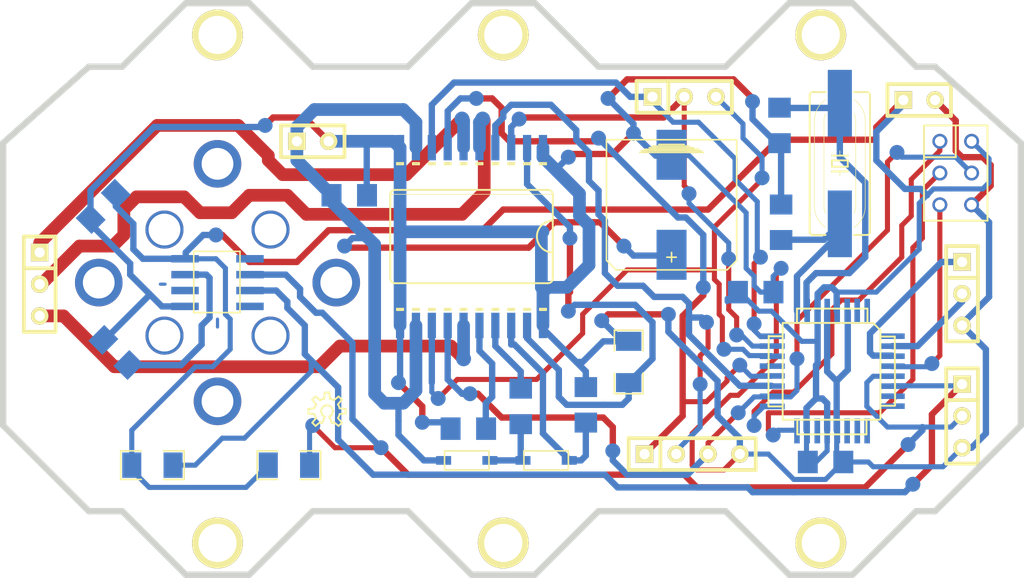
<source format=kicad_pcb>
(kicad_pcb (version 4) (host json2kicad_pcb "2021-04-12 03:42:29")
  (title_block (date "30 dec 2015"))
  (layers (0 B.Cu signal) (1 Inner1.Cu signal) (2 Inner2.Cu signal) (15 F.Cu signal) (20 B.SilkS user) (21 F.SilkS user) (22 B.Paste user) (23 F.Paste user) (28 Edge.Cuts user) (31 B.Cu signal) (34 B.Paste user) (35 F.Paste user) (36 B.SilkS user) (37 F.SilkS user) (38 B.Mask user) (39 F.Mask user) (44 Edge.Cuts user))
  (net 0 "")
  (net 1 "N-00001")
  (net 2 "N-00002")
  (net 3 "N-00003")
  (net 4 "N-00004")
  (net 5 "N-00005")
  (net 6 "N-00006")
  (net 7 "N-00007")
  (net 8 "N-00008")
  (net 9 "N-00009")
  (net 10 "N-00010")
  (net 11 "N-00011")
  (net 12 "N-00012")
  (net 13 "N-00013")
  (net 14 "N-00014")
  (net 15 "N-00015")
  (net 16 "N-00016")
  (net 17 "N-00017")
  (net 18 "N-00018")
  (net 19 "N-00019")
  (net 20 "N-00020")
  (net 21 "N-00021")
  (net 22 "N-00022")
  (net 23 "N-00023")
  (net 24 "N-00024")
  (net 25 "N-00025")
  (net 26 "N-00026")
  (net 27 "N-00027")
  (net 28 "N-00028")
  (net 29 "N-00029")
  (net 30 "N-00030")
  (net 31 "N-00031")
  (net 32 "N-00032")
  (net 33 "N-00033")
  (net 34 "N-00034")
  (net 35 "N-00035")
  (net 36 "N-00036")
  (net 37 "N-00037")
  (net 38 "N-00038")
  (net 39 "N-00039")
  (net 40 "N-00040")
  (net 41 "N-00041")
  (net 42 "N-00042")
  (net 43 "N-00043")
  (net 44 "N-00044")
  (net 45 "N-00045")
  (net 46 "N-00046")
  (net 47 "N-00047")
  (net 48 "N-00048")
  (net 49 "N-00049")
  (net 50 "N-00050")
  (net 51 "N-00051")
  (net 52 "N-00052")
  (net 82 "N-00082")
  (net 80 "N-00080")
  (net 55 "N-00055")
  (net 56 "N-00056")
  (net 57 "N-00057")
  (net 58 "N-00058")
  (net 59 "N-00059")
  (net 60 "N-00060")
  (net 61 "N-00061")
  (net 62 "N-00062")
  (net 63 "N-00063")
  (net 64 "N-00064")
  (net 65 "N-00065")
  (net 66 "N-00066")
  (net 67 "N-00067")
  (net 68 "N-00068")
  (net 81 "N-00081")
  (net 70 "N-00070")
  (net 71 "N-00071")
  (net 72 "N-00072")
  (net 73 "N-00073")
  (net 74 "N-00074")
  (net 75 "N-00075")
  (net 76 "N-00076")
  (net 77 "N-00077")
  (net 78 "N-00078")
  (net 79 "N-00079")
  (net 83 "N-00083")
  (net 84 "N-00084")
  (net 85 "N-00085")
  (net 86 "N-00086")
  (net 87 "N-00087")
  (net 88 "N-00088")
  (net 89 "N-00089")
  (net 90 "N-00090")
  (net 91 "N-00091")
  (net 92 "N-00092")
  (net 93 "N-00093")
  (net 94 "N-00094")
  (net 95 "N-00095")
  (net 96 "N-00096")
  (net 97 "N-00097")
  (net 98 "N-00098")
  (net 99 "N-00099")
  (net 100 "N-00100")
  (net 101 "N-00101")
  (net 102 "N-00102")
  (net 103 "N-00103")
  (net 104 "N-00104")
  (net 105 "N-00105")
  (net 106 "N-00106")
  (net 107 "N-00107")
  (net 108 "N-00108")
  (net 109 "N-00109")
  (net 110 "N-00110")
  (net 111 "N-00111")
  (net 112 "N-00112")
  (net 113 "N-00113")
  (net 114 "N-00114")
  (net 115 "N-00115")
  (net 116 "N-00116")
  (net 117 "N-00117")
  (net 118 "N-00118")
  (net 119 "N-00119")
  (net 120 "N-00120")
  (net 121 "N-00121")
  (net 122 "N-00122")
  (net 123 "N-00123")
  (net 124 "N-00124")
  (net 125 "N-00125")
  (net 126 "N-00126")
  (net 127 "N-00127")
  (net 128 "N-00128")
  (net 129 "N-00129")
  (net 130 "N-00130")
  (net 131 "N-00131")
  (net 132 "N-00132")
  (net 133 "N-00133")
  (net 134 "N-00134")
  (net 135 "N-00135")
  (net 136 "N-00136")
  (net 137 "N-00137")
  (net 138 "N-00138")
  (net 139 "N-00139")
  (net 140 "N-00140")
  (net 141 "N-00141")
  (net 142 "N-00142")
  (net 143 "N-00143")
  (net 144 "N-00144")
  (net 145 "N-00145")
  (net 146 "N-00146")
  (net 147 "N-00147")
  (net 148 "N-00148")
  (net 149 "N-00149")
  (net 150 "N-00150")
  (net 151 "N-00151")
  (net 152 "N-00152")
  (net 153 "N-00153")
  (net 154 "N-00154")
  (net 155 "N-00155")
  (net 156 "N-00156")
  (net 159 "N-00159")
  (net 160 "N-00160")
  (net 161 "N-00161")
  (net 162 "N-00162")
  (net 163 "N-00163")
  (net 164 "N-00164")
  (net 165 "N-00165")
  (net 166 "N-00166")
  (net 167 "N-00167")
  (net 168 "N-00168")
  (net 169 "N-00169")
  (net 170 "N-00170")
  (net 171 "N-00171")
  (net 172 "N-00172")
  (net 173 "N-00173")
  (net 174 "N-00174")
  (net 175 "N-00175")
  (net 176 "N-00176")
  (net 177 "N-00177")
  (net 178 "N-00178")
  (net 179 "N-00179")
  (net 180 "N-00180")
  (net 181 "N-00181")
  (net 182 "N-00182")
  (net 183 "N-00183")
  (net 190 "N-00190")
  (net 195 "N-00195")
  (net 188 "N-00188")
  (net 192 "N-00192")
  (net 1345 "N-01345")
  (net 1346 "N-01346")
  (net 1347 "N-01347")
  (net 1348 "N-01348")
  (net 1349 "N-01349")
  (net 1350 "N-01350")
  (net 844 "N-0844")
  (net 1352 "N-01352")
  (net 846 "N-0846")
  (net 847 "N-0847")
  (net 848 "N-0848")
  (net 849 "N-0849")
  (net 850 "N-0850")
  (net 851 "N-0851")
  (net 852 "N-0852")
  (net 853 "N-0853")
  (net 854 "N-0854")
  (net 855 "N-0855")
  (net 856 "N-0856")
  (net 857 "N-0857")
  (net 858 "N-0858")
  (net 859 "N-0859")
  (net 860 "N-0860")
  (net 861 "N-0861")
  (net 862 "N-0862")
  (net 863 "N-0863")
  (net 864 "N-0864")
  (net 865 "N-0865")
  (net 866 "N-0866")
  (net 867 "N-0867")
  (net 868 "N-0868")
  (net 869 "N-0869")
  (net 870 "N-0870")
  (net 871 "N-0871")
  (net 879 "N-0879")
  (net 881 "N-0881")
  (net 874 "N-0874")
  (net 875 "N-0875")
  (net 876 "N-0876")
  (net 877 "N-0877")
  (net 878 "N-0878")
  (net 879 "N-0879")
  (net 880 "N-0880")
  (net 881 "N-0881")
  (net 882 "N-0882")
  (net 883 "N-0883")
  (net 884 "N-0884")
  (net 885 "N-0885")
  (net 886 "N-0886")
  (net 887 "N-0887")
  (net 888 "N-0888")
  (net 889 "N-0889")
  (net 890 "N-0890")
  (net 891 "N-0891")
  (net 892 "N-0892")
  (net 893 "N-0893")
  (net 894 "N-0894")
  (net 895 "N-0895")
  (net 896 "N-0896")
  (net 897 "N-0897")
  (net 898 "N-0898")
  (net 899 "N-0899")
  (net 900 "N-0900")
  (net 901 "N-0901")
  (net 902 "N-0902")
  (net 903 "N-0903")
  (net 904 "N-0904")
  (net 905 "N-0905")
  (net 906 "N-0906")
  (net 907 "N-0907")
  (net 908 "N-0908")
  (net 909 "N-0909")
  (net 910 "N-0910")
  (net 911 "N-0911")
  (net 912 "N-0912")
  (net 913 "N-0913")
  (net 914 "N-0914")
  (net 915 "N-0915")
  (net 916 "N-0916")
  (net 917 "N-0917")
  (net 918 "N-0918")
  (net 919 "N-0919")
  (net 920 "N-0920")
  (net 926 "N-0926")
  (net 922 "N-0922")
  (net 923 "N-0923")
  (net 925 "N-0925")
  (net 925 "N-0925")
  (net 926 "N-0926")
  (net 927 "N-0927")
  (net 928 "N-0928")
  (net 929 "N-0929")
  (net 930 "N-0930")
  (net 931 "N-0931")
  (net 932 "N-0932")
  (net 933 "N-0933")
  (net 934 "N-0934")
  (net 935 "N-0935")
  (net 936 "N-0936")
  (net 937 "N-0937")
  (net 938 "N-0938")
  (net 939 "N-0939")
  (net 940 "N-0940")
  (net 941 "N-0941")
  (net 942 "N-0942")
  (net 943 "N-0943")
  (net 944 "N-0944")
  (net 945 "N-0945")
  (net 946 "N-0946")
  (net 948 "N-0948")
  (net 948 "N-0948")
  (net 949 "N-0949")
  (net 950 "N-0950")
  (net 951 "N-0951")
  (net 952 "N-0952")
  (net 953 "N-0953")
  (net 954 "N-0954")
  (net 955 "N-0955")
  (net 956 "N-0956")
  (net 957 "N-0957")
  (net 958 "N-0958")
  (net 959 "N-0959")
  (net 960 "N-0960")
  (net 961 "N-0961")
  (net 962 "N-0962")
  (net 963 "N-0963")
  (net 964 "N-0964")
  (net 965 "N-0965")
  (net 966 "N-0966")
  (net 967 "N-0967")
  (net 968 "N-0968")
  (net 969 "N-0969")
  (net 970 "N-0970")
  (net 971 "N-0971")
  (net 972 "N-0972")
  (net 973 "N-0973")
  (net 974 "N-0974")
  (net 975 "N-0975")
  (net 976 "N-0976")
  (net 977 "N-0977")
  (net 978 "N-0978")
  (net 979 "N-0979")
  (net 980 "N-0980")
  (net 981 "N-0981")
  (net 982 "N-0982")
  (net 983 "N-0983")
  (net 984 "N-0984")
  (net 985 "N-0985")
  (net 986 "N-0986")
  (net 987 "N-0987")
  (net 988 "N-0988")
  (net 989 "N-0989")
  (net 990 "N-0990")
  (net 991 "N-0991")
  (net 992 "N-0992")
  (net 993 "N-0993")
  (net 994 "N-0994")
  (net 995 "N-0995")
  (net 996 "N-0996")
  (net 997 "N-0997")
  (net 998 "N-0998")
  (net 999 "N-0999")
  (net 1000 "N-01000")
  (net 1001 "N-01001")
  (net 1002 "N-01002")
  (net 1003 "N-01003")
  (net 1004 "N-01004")
  (net 1005 "N-01005")
  (net 1006 "N-01006")
  (net 1007 "N-01007")
  (net 1008 "N-01008")
  (net 1009 "N-01009")
  (net 1010 "N-01010")
  (net 1011 "N-01011")
  (net 1012 "N-01012")
  (net 1013 "N-01013")
  (net 1014 "N-01014")
  (net 1015 "N-01015")
  (net 1016 "N-01016")
  (net 1017 "N-01017")
  (net 1018 "N-01018")
  (net 1019 "N-01019")
  (net 1020 "N-01020")
  (net 1021 "N-01021")
  (net 1022 "N-01022")
  (net 1023 "N-01023")
  (net 1024 "N-01024")
  (net 1025 "N-01025")
  (net 1026 "N-01026")
  (net 1027 "N-01027")
  (net 1028 "N-01028")
  (net 1029 "N-01029")
  (net 1030 "N-01030")
  (net 1031 "N-01031")
  (net 1032 "N-01032")
  (net 1033 "N-01033")
  (net 1034 "N-01034")
  (net 1035 "N-01035")
  (net 1036 "N-01036")
  (net 1037 "N-01037")
  (net 1038 "N-01038")
  (net 1039 "N-01039")
  (net 1040 "N-01040")
  (net 1041 "N-01041")
  (net 1042 "N-01042")
  (net 1043 "N-01043")
  (net 1044 "N-01044")
  (net 1045 "N-01045")
  (net 1046 "N-01046")
  (net 1047 "N-01047")
  (net 1048 "N-01048")
  (net 1049 "N-01049")
  (net 1050 "N-01050")
  (net 1051 "N-01051")
  (net 1052 "N-01052")
  (net 1053 "N-01053")
  (net 1054 "N-01054")
  (net 1055 "N-01055")
  (net 1056 "N-01056")
  (net 1057 "N-01057")
  (net 1058 "N-01058")
  (net 1059 "N-01059")
  (net 1060 "N-01060")
  (net 1061 "N-01061")
  (net 1062 "N-01062")
  (net 1063 "N-01063")
  (net 1064 "N-01064")
  (net 1065 "N-01065")
  (net 1066 "N-01066")
  (net 1067 "N-01067")
  (net 1068 "N-01068")
  (net 1069 "N-01069")
  (net 1070 "N-01070")
  (net 1071 "N-01071")
  (net 1072 "N-01072")
  (net 1073 "N-01073")
  (net 1074 "N-01074")
  (net 1075 "N-01075")
  (net 1076 "N-01076")
  (net 1077 "N-01077")
  (net 1078 "N-01078")
  (net 1079 "N-01079")
  (net 1080 "N-01080")
  (net 1081 "N-01081")
  (net 1082 "N-01082")
  (net 1083 "N-01083")
  (net 1084 "N-01084")
  (net 1085 "N-01085")
  (net 1086 "N-01086")
  (net 1087 "N-01087")
  (net 1088 "N-01088")
  (net 1089 "N-01089")
  (net 1090 "N-01090")
  (net 1091 "N-01091")
  (net 1092 "N-01092")
  (net 1093 "N-01093")
  (net 1094 "N-01094")
  (net 1095 "N-01095")
  (net 1096 "N-01096")
  (net 1097 "N-01097")
  (net 1098 "N-01098")
  (net 1099 "N-01099")
  (net 1100 "N-01100")
  (net 1101 "N-01101")
  (net 1102 "N-01102")
  (net 1103 "N-01103")
  (net 1104 "N-01104")
  (net 1105 "N-01105")
  (net 1106 "N-01106")
  (net 1107 "N-01107")
  (net 1108 "N-01108")
  (net 1109 "N-01109")
  (net 1110 "N-01110")
  (net 1111 "N-01111")
  (net 1112 "N-01112")
  (net 1113 "N-01113")
  (net 1114 "N-01114")
  (net 1115 "N-01115")
  (net 1116 "N-01116")
  (net 1117 "N-01117")
  (net 1118 "N-01118")
  (net 1119 "N-01119")
  (net 1120 "N-01120")
  (net 1121 "N-01121")
  (net 1122 "N-01122")
  (net 1123 "N-01123")
  (net 1124 "N-01124")
  (net 1125 "N-01125")
  (net 1126 "N-01126")
  (net 1127 "N-01127")
  (net 1128 "N-01128")
  (net 1129 "N-01129")
  (net 1130 "N-01130")
  (net 1131 "N-01131")
  (net 1132 "N-01132")
  (net 1133 "N-01133")
  (net 1134 "N-01134")
  (net 1135 "N-01135")
  (net 1136 "N-01136")
  (net 1137 "N-01137")
  (net 1138 "N-01138")
  (net 1139 "N-01139")
  (net 1140 "N-01140")
  (net 1141 "N-01141")
  (net 1142 "N-01142")
  (net 1143 "N-01143")
  (net 1144 "N-01144")
  (net 1145 "N-01145")
  (net 1146 "N-01146")
  (net 1147 "N-01147")
  (net 1148 "N-01148")
  (net 1149 "N-01149")
  (net 1150 "N-01150")
  (net 1151 "N-01151")
  (net 1152 "N-01152")
  (net 1153 "N-01153")
  (net 1154 "N-01154")
  (net 1155 "N-01155")
  (net 1156 "N-01156")
  (net 1157 "N-01157")
  (net 1158 "N-01158")
  (net 1159 "N-01159")
  (net 1160 "N-01160")
  (net 1161 "N-01161")
  (net 1162 "N-01162")
  (net 1163 "N-01163")
  (net 1164 "N-01164")
  (net 1165 "N-01165")
  (net 1166 "N-01166")
  (net 1167 "N-01167")
  (net 1168 "N-01168")
  (net 1169 "N-01169")
  (net 1170 "N-01170")
  (net 1171 "N-01171")
  (net 1172 "N-01172")
  (net 1173 "N-01173")
  (net 1174 "N-01174")
  (net 1175 "N-01175")
  (net 1176 "N-01176")
  (net 1177 "N-01177")
  (net 1178 "N-01178")
  (net 1179 "N-01179")
  (net 1180 "N-01180")
  (net 1181 "N-01181")
  (net 1182 "N-01182")
  (net 1183 "N-01183")
  (net 1184 "N-01184")
  (net 1185 "N-01185")
  (net 1186 "N-01186")
  (net 1187 "N-01187")
  (net 1188 "N-01188")
  (net 1189 "N-01189")
  (net 1190 "N-01190")
  (net 1191 "N-01191")
  (net 1192 "N-01192")
  (net 1193 "N-01193")
  (net 1194 "N-01194")
  (net 1195 "N-01195")
  (net 1196 "N-01196")
  (net 1197 "N-01197")
  (net 1198 "N-01198")
  (net 1199 "N-01199")
  (net 1200 "N-01200")
  (net 1201 "N-01201")
  (net 1202 "N-01202")
  (net 1203 "N-01203")
  (net 1204 "N-01204")
  (net 1205 "N-01205")
  (net 1206 "N-01206")
  (net 1207 "N-01207")
  (net 1208 "N-01208")
  (net 1209 "N-01209")
  (net 1210 "N-01210")
  (net 1211 "N-01211")
  (net 1212 "N-01212")
  (net 1213 "N-01213")
  (net 1214 "N-01214")
  (net 1215 "N-01215")
  (net 1216 "N-01216")
  (net 1217 "N-01217")
  (net 1218 "N-01218")
  (net 1219 "N-01219")
  (net 1220 "N-01220")
  (net 1221 "N-01221")
  (net 1222 "N-01222")
  (net 1223 "N-01223")
  (net 1224 "N-01224")
  (net 1225 "N-01225")
  (net 1226 "N-01226")
  (net 1227 "N-01227")
  (net 1228 "N-01228")
  (net 1229 "N-01229")
  (net 1230 "N-01230")
  (net 1231 "N-01231")
  (net 1232 "N-01232")
  (net 1233 "N-01233")
  (net 1234 "N-01234")
  (net 1235 "N-01235")
  (net 1236 "N-01236")
  (net 1237 "N-01237")
  (net 1238 "N-01238")
  (net 1239 "N-01239")
  (net 1240 "N-01240")
  (net 1241 "N-01241")
  (net 1242 "N-01242")
  (net 1243 "N-01243")
  (net 1244 "N-01244")
  (net 1245 "N-01245")
  (net 1246 "N-01246")
  (net 1247 "N-01247")
  (net 1248 "N-01248")
  (net 1249 "N-01249")
  (net 1250 "N-01250")
  (net 1251 "N-01251")
  (net 1252 "N-01252")
  (net 1253 "N-01253")
  (net 1254 "N-01254")
  (net 1255 "N-01255")
  (net 1256 "N-01256")
  (net 1257 "N-01257")
  (net 1258 "N-01258")
  (net 1259 "N-01259")
  (net 1260 "N-01260")
  (net 1261 "N-01261")
  (net 1262 "N-01262")
  (net 1263 "N-01263")
  (net 1264 "N-01264")
  (net 1265 "N-01265")
  (net 1266 "N-01266")
  (net 1267 "N-01267")
  (net 1268 "N-01268")
  (net 1269 "N-01269")
  (net 1270 "N-01270")
  (net 1271 "N-01271")
  (net 1272 "N-01272")
  (net 1273 "N-01273")
  (net 1274 "N-01274")
  (net 1275 "N-01275")
  (net 1276 "N-01276")
  (net 1277 "N-01277")
  (net 1278 "N-01278")
  (net 1279 "N-01279")
  (net 1280 "N-01280")
  (net 1281 "N-01281")
  (net 1282 "N-01282")
  (net 1283 "N-01283")
  (net 1284 "N-01284")
  (net 1285 "N-01285")
  (net 1286 "N-01286")
  (net 1287 "N-01287")
  (net 1288 "N-01288")
  (net 1289 "N-01289")
  (net 1290 "N-01290")
  (net 1291 "N-01291")
  (net 1292 "N-01292")
  (net 1293 "N-01293")
  (net 1294 "N-01294")
  (net 1295 "N-01295")
  (net 1296 "N-01296")
  (net 1297 "N-01297")
  (net 1298 "N-01298")
  (net 1299 "N-01299")
  (net 1300 "N-01300")
  (net 1301 "N-01301")
  (net 1302 "N-01302")
  (net 1303 "N-01303")
  (net 1304 "N-01304")
  (net 1305 "N-01305")
  (net 1306 "N-01306")
  (net 1307 "N-01307")
  (net 1308 "N-01308")
  (net 1309 "N-01309")
  (net 1310 "N-01310")
  (net 1311 "N-01311")
  (net 1312 "N-01312")
  (net 1313 "N-01313")
  (net 1314 "N-01314")
  (net 1315 "N-01315")
  (net 1316 "N-01316")
  (net 1317 "N-01317")
  (net 1318 "N-01318")
  (net 1319 "N-01319")
  (net 1320 "N-01320")
  (net 1321 "N-01321")
  (net 1322 "N-01322")
  (net 1323 "N-01323")
  (net 1324 "N-01324")
  (net 1325 "N-01325")
  (net 1326 "N-01326")
  (net 1327 "N-01327")
  (net 1328 "N-01328")
  (net 1329 "N-01329")
  (net 1330 "N-01330")
  (net 1331 "N-01331")
  (net 1332 "N-01332")
  (net 1333 "N-01333")
  (net 1334 "N-01334")
  (net 1335 "N-01335")
  (net 1336 "N-01336")
  (net 1337 "N-01337")
  (net 1338 "N-01338")
  (net 1339 "N-01339")
  (net 1340 "N-01340")
  (net 1341 "N-01341")
  (net 1342 "N-01342")
  (net 1343 "N-01343")
  (net 1344 "N-01344")
  (net 1345 "N-01345")
  (net 1346 "N-01346")
  (net 1347 "N-01347")
  (net 1348 "N-01348")
  (net 1349 "N-01349")
  (net 1350 "N-01350")
  (net 1351 "N-01351")
  (net 1352 "N-01352")
  (net 1353 "N-01353")
  (net 1354 "N-01354")
  (net 1355 "N-01355")
  (net 1356 "N-01356")
  (net 1357 "N-01357")
  (net 1358 "N-01358")
  (net 1359 "N-01359")
  (net 1360 "N-01360")
  (net 1361 "N-01361")
  (net 1362 "N-01362")
  (net 1363 "N-01363")
  (net 1364 "N-01364")
  (net 1365 "N-01365")
  (net 1366 "N-01366")
  (net 1367 "N-01367")
  (net 1368 "N-01368")
  (net 1369 "N-01369")
  (net 1370 "N-01370")
  (net 1371 "N-01371")
  (net 1372 "N-01372")
  (net 1373 "N-01373")
  (net 1374 "N-01374")
  (net 1375 "N-01375")
  (net 1376 "N-01376")
  (net 1377 "N-01377")
  (net 1378 "N-01378")
  (net 1379 "N-01379")
  (net 1380 "N-01380")
  (net 1381 "N-01381")
  (net 1382 "N-01382")
  (net 1383 "N-01383")
  (net 1384 "N-01384")
  (net 1385 "N-01385")
  (net 1386 "N-01386")
  (net 1387 "N-01387")
  (net 1388 "N-01388")
  (net 1389 "N-01389")
  (net 1390 "N-01390")
  (net 1391 "N-01391")
  (net 1392 "N-01392")
  (net 1393 "N-01393")
  (net 1394 "N-01394")
  (net 1395 "N-01395")
  (net 1396 "N-01396")
  (net 1397 "N-01397")
  (net 1398 "N-01398")
  (net 1399 "N-01399")
  (net 1400 "N-01400")
  (net 1401 "N-01401")
  (net 1402 "N-01402")
  (net 1403 "N-01403")
  (net 1404 "N-01404")
  (net 1405 "N-01405")
  (net 1406 "N-01406")
  (net 1407 "N-01407")
  (net 1408 "N-01408")
  (net 1409 "N-01409")
  (net 1410 "N-01410")
  (net 1411 "N-01411")
  (net 1412 "N-01412")
  (net 1413 "N-01413")
  (net 1414 "N-01414")
  (net 1415 "N-01415")
  (net 1416 "N-01416")
  (net 1417 "N-01417")
  (net 1418 "N-01418")
  (net 1419 "N-01419")
  (net 1420 "N-01420")
  (net 1421 "N-01421")
  (net 1422 "N-01422")
  (net 1423 "N-01423")
  (net 1424 "N-01424")
  (net 1425 "N-01425")
  (net 1426 "N-01426")
  (net 1427 "N-01427")
  (net 1576 "N-01576")
  (net 1429 "N-01429")
  (net 1430 "N-01430")
  (net 1431 "N-01431")
  (net 1615 "N-01615")
  (net 1433 "N-01433")
  (net 1586 "N-01586")
  (net 1554 "N-01554")
  (net 1436 "N-01436")
  (net 1437 "N-01437")
  (net 1438 "N-01438")
  (net 1439 "N-01439")
  (net 1575 "N-01575")
  (net 1441 "N-01441")
  (net 1505 "N-01505")
  (net 1594 "N-01594")
  (net 1444 "N-01444")
  (net 1445 "N-01445")
  (net 1446 "N-01446")
  (net 1447 "N-01447")
  (net 1448 "N-01448")
  (net 1449 "N-01449")
  (net 1612 "N-01612")
  (net 1592 "N-01592")
  (net 1452 "N-01452")
  (net 1453 "N-01453")
  (net 1454 "N-01454")
  (net 1455 "N-01455")
  (net 1456 "N-01456")
  (net 1457 "N-01457")
  (net 1458 "N-01458")
  (net 1459 "N-01459")
  (net 1579 "N-01579")
  (net 1461 "N-01461")
  (net 1462 "N-01462")
  (net 1463 "N-01463")
  (net 1464 "N-01464")
  (net 1465 "N-01465")
  (net 1466 "N-01466")
  (net 1467 "N-01467")
  (net 1468 "N-01468")
  (net 1469 "N-01469")
  (net 1470 "N-01470")
  (net 1471 "N-01471")
  (net 1472 "N-01472")
  (net 1473 "N-01473")
  (net 1474 "N-01474")
  (net 1475 "N-01475")
  (net 1476 "N-01476")
  (net 1499 "N-01499")
  (net 1595 "N-01595")
  (net 1496 "N-01496")
  (net 1497 "N-01497")
  (net 1481 "N-01481")
  (net 1482 "N-01482")
  (net 1483 "N-01483")
  (net 1484 "N-01484")
  (net 1485 "N-01485")
  (net 1486 "N-01486")
  (net 1487 "N-01487")
  (net 1498 "N-01498")
  (net 1489 "N-01489")
  (net 1490 "N-01490")
  (net 1491 "N-01491")
  (net 1492 "N-01492")
  (net 1493 "N-01493")
  (net 1494 "N-01494")
  (net 1495 "N-01495")
  (net 1588 "N-01588")
  (net 1578 "N-01578")
  (net 1597 "N-01597")
  (net 1570 "N-01570")
  (net 1605 "N-01605")
  (net 1587 "N-01587")
  (net 1573 "N-01573")
  (net 1577 "N-01577")
  (net 1601 "N-01601")
  (net 1552 "N-01552")
  (net 1515 "N-01515")
  (net 1572 "N-01572")
  (net 1557 "N-01557")
  (net 1602 "N-01602")
  (net 1555 "N-01555")
  (net 1556 "N-01556")
  (net 1593 "N-01593")
  (net 1522 "N-01522")
  (net 1523 "N-01523")
  (net 1524 "N-01524")
  (net 1525 "N-01525")
  (net 1619 "N-01619")
  (net 1582 "N-01582")
  (net 1581 "N-01581")
  (net 1610 "N-01610")
  (net 1530 "N-01530")
  (net 1531 "N-01531")
  (net 1532 "N-01532")
  (net 1533 "N-01533")
  (net 1534 "N-01534")
  (net 1535 "N-01535")
  (net 1536 "N-01536")
  (net 1609 "N-01609")
  (net 1574 "N-01574")
  (net 1598 "N-01598")
  (net 1540 "N-01540")
  (net 1541 "N-01541")
  (net 1542 "N-01542")
  (net 1607 "N-01607")
  (net 1620 "N-01620")
  (net 1621 "N-01621")
  (net 1622 "N-01622")
  (net 1623 "N-01623")
  (net 1624 "N-01624")
  (net 1625 "N-01625")
  (segment (start 34.036 -54.102) (end 34.798 -53.34) (width 1.016) (layer F.Cu) (net 1433))
  (segment (start 39.878 -42.672) (end 37.973 -40.767) (width 0.508) (layer F.Cu) (net 1427))
  (segment (start 38.481 -46.99) (end 39.878 -45.593) (width 0.508) (layer F.Cu) (net 1427))
  (segment (start 35.941 -44.069) (end 37.973 -44.069) (width 0.508) (layer F.Cu) (net 1433))
  (segment (start 10.668 -47.244) (end 10.668 -46.736) (width 0.508) (layer F.Cu) (net 183))
  (segment (start -9.017 -48.641) (end -9.144 -48.641) (width 1.016) (layer B.Cu) (net 1532))
  (segment (start 37.973 -40.767) (end 37.973 -39.497) (width 0.508) (layer F.Cu) (net 1427))
  (segment (start 33.655 -46.99) (end 38.481 -46.99) (width 0.508) (layer F.Cu) (net 1427))
  (module "SOIC-8" (layer "F.Cu") (at 5.08 -48.768 -90.00)
    (fp_text reference "enc")
    (fp_text value "as5600")
    (pad 2 smd rect (at -0.635 2.59842 -90.00) (size 0.59944 2.19964) (drill 0.0) (layers "F.Cu" "F.Paste") (net 149 N-00149))
    (pad 7 smd rect (at -0.635 -2.59842 -90.00) (size 0.59944 2.19964) (drill 0.0) (layers "F.Cu" "F.Paste") (net 182 N-00182))
    (pad 1 smd rect (at -1.905 2.59842 -90.00) (size 0.59944 2.19964) (drill 0.0) (layers "F.Cu" "F.Paste") (net 151 N-00151))
    (pad 3 smd rect (at 0.635 2.59842 -90.00) (size 0.59944 2.19964) (drill 0.0) (layers "F.Cu" "F.Paste") (net 188 N-00188))
    (pad 4 smd rect (at 1.905 2.59842 -90.00) (size 0.59944 2.19964) (drill 0.0) (layers "F.Cu" "F.Paste") (net 1433 N-01433))
    (pad 8 smd rect (at -1.905 -2.59842 -90.00) (size 0.59944 2.19964) (drill 0.0) (layers "F.Cu" "F.Paste") (net 190 N-00190))
    (pad 6 smd rect (at 0.635 -2.59842 -90.00) (size 0.59944 2.19964) (drill 0.0) (layers "F.Cu" "F.Paste") (net 183 N-00183))
    (pad 5 smd rect (at 1.905 -2.59842 -90.00) (size 0.59944 2.19964) (drill 0.0) (layers "F.Cu" "F.Paste") (net 192 N-00192))
  )
  (segment (start 33.782 -42.418) (end 34.29 -42.418) (width 0.508) (layer F.Cu) (net 1433))
  (module "C1206" (layer "F.Cu") (at -4.064 -54.864 -135.00)
    (fp_text reference "C0e")
    (fp_text value "100nF")
    (pad 2 smd rect (at 1.41986 0.0 -135.00) (size 1.59766 1.80086) (drill 0.0) (layers "F.Cu" "F.Paste") (net 1433 N-01433))
    (pad 1 smd rect (at -1.41986 0.0 -135.00) (size 1.59766 1.80086) (drill 0.0) (layers "F.Cu" "F.Paste") (net 151 N-00151))
  )
  (segment (start 32.385 -41.783) (end 32.385 -39.624) (width 0.508) (layer F.Cu) (net 1427))
  (segment (start 53.594 -48.387) (end 53.086 -47.879) (width 0.508) (layer F.Cu) (net 151))
  (segment (start 5.08 -45.212) (end 5.08 -45.847) (width 0.254) (layer F.Cu) (net 1495))
  (segment (start 0.508 -48.641) (end 0.889 -48.641) (width 0.254) (layer F.Cu) (net 1494))
  (segment (start 52.959 -39.497) (end 52.197 -38.735) (width 0.508) (layer F.Cu) (net 151))
  (module "SIL-2" (layer "F.Cu") (at 61.214 -63.373 0.00)
    (fp_text reference "mupwr" (at -2.54 0.0 0.00) (layer F.SilkS) (effects (font (size 1.08712 0.0) (thickness 0.0))))
    (fp_text value "atmega_pwr" (at -2.54 0.0 0.00) (layer F.SilkS) (effects (font (size 1.016 0.0) (thickness 0.0))))
    (pad 1 thru_hole rect (at -1.27 0.0 0.00) (size 1.397 1.397) (drill 0.8128) (layers "B.Cu" "Inner1.Cu" "Inner2.Cu" "F.Cu" "F.SilkS" "B.Paste" "F.Paste") (net 151 N-00151))
    (pad 2 thru_hole circle (at 1.27 0.0 0.00) (size 1.397 1.397) (drill 0.8128) (layers "B.Cu" "Inner1.Cu" "Inner2.Cu" "F.Cu" "F.SilkS" "B.Paste" "F.Paste") (net 1433 N-01433))
  )
  (segment (start 7.62 -55.753) (end 6.223 -54.356) (width 1.016) (layer B.Cu) (net 1532))
  (segment (start -1.905 -49.403) (end 0.635 -46.863) (width 0.508) (layer F.Cu) (net 1433))
  (segment (start 33.274 -52.324) (end 33.274 -52.324) (width 1.19888) (layer F.Cu) (net 1427))
  (segment (start 24.765 -61.722) (end 24.765 -59.563) (width 1.016) (layer F.Cu) (net 1533))
  (segment (start 29.845 -56.642) (end 33.274 -53.213) (width 0.508) (layer F.Cu) (net 1427))
  (segment (start 30.988 -48.387) (end 31.242 -48.133) (width 1.016) (layer F.Cu) (net 1433))
  (segment (start 24.638 -61.849) (end 24.638 -61.849) (width 1.19888) (layer F.Cu) (net 1533))
  (segment (start 30.988 -52.832) (end 30.988 -48.387) (width 1.016) (layer F.Cu) (net 1433))
  (segment (start 33.274 -48.006) (end 33.147 -47.879) (width 0.508) (layer B.Cu) (net 1427))
  (segment (start 33.147 -46.482) (end 33.655 -46.99) (width 0.508) (layer F.Cu) (net 1427))
  (segment (start 37.465 -38.989) (end 35.941 -38.989) (width 0.508) (layer F.Cu) (net 1427))
  (module "SIL-4" (layer "F.Cu") (at 43.053 -35.052 0.00)
    (fp_text reference "moto_in" (at -2.54 0.0 0.00) (layer F.SilkS) (effects (font (size 1.08712 0.0) (thickness 0.0))))
    (fp_text value "moto_in" (at -2.54 0.0 0.00) (layer F.SilkS) (effects (font (size 1.016 0.0) (thickness 0.0))))
    (pad 1 thru_hole rect (at -3.81 0.0 0.00) (size 1.397 1.397) (drill 0.8128) (layers "B.Cu" "Inner1.Cu" "Inner2.Cu" "F.Cu" "F.SilkS" "B.Paste" "F.Paste") (net 1458 N-01458))
    (pad 2 thru_hole circle (at -1.27 0.0 0.00) (size 1.397 1.397) (drill 0.8128) (layers "B.Cu" "Inner1.Cu" "Inner2.Cu" "F.Cu" "F.SilkS" "B.Paste" "F.Paste") (net 1459 N-01459))
    (pad 3 thru_hole circle (at 1.27 0.0 0.00) (size 1.397 1.397) (drill 0.8128) (layers "B.Cu" "Inner1.Cu" "Inner2.Cu" "F.Cu" "F.SilkS" "B.Paste" "F.Paste") (net 1505 N-01505))
    (pad 4 thru_hole circle (at 3.81 0.0 0.00) (size 1.397 1.397) (drill 0.8128) (layers "B.Cu" "Inner1.Cu" "Inner2.Cu" "F.Cu" "F.SilkS" "B.Paste" "F.Paste") (net 1433 N-01433))
  )
  (segment (start 53.848 -39.116) (end 53.467 -39.497) (width 0.508) (layer F.Cu) (net 151))
  (segment (start 54.61 -46.482) (end 54.61 -48.006) (width 0.508) (layer F.Cu) (net 151))
  (segment (start 53.467 -39.497) (end 52.959 -39.497) (width 0.508) (layer F.Cu) (net 151))
  (segment (start 52.197 -38.735) (end 52.197 -36.957) (width 0.508) (layer F.Cu) (net 151))
  (module "C1206" (layer "F.Cu") (at -3.048 -43.18 135.00)
    (fp_text reference "C1e")
    (fp_text value "1uF")
    (pad 2 smd rect (at 1.41986 0.0 135.00) (size 1.59766 1.80086) (drill 0.0) (layers "F.Cu" "F.Paste") (net 1433 N-01433))
    (pad 1 smd rect (at -1.41986 0.0 135.00) (size 1.59766 1.80086) (drill 0.0) (layers "F.Cu" "F.Paste") (net 149 N-00149))
  )
  (segment (start 37.973 -39.497) (end 37.465 -38.989) (width 0.508) (layer F.Cu) (net 1427))
  (segment (start 33.274 -34.544) (end 34.163 -34.544) (width 0.508) (layer F.Cu) (net 1557))
  (segment (start 31.115 -41.529) (end 31.115 -36.703) (width 0.508) (layer F.Cu) (net 1557))
  (segment (start 33.274 -52.324) (end 33.274 -48.006) (width 0.508) (layer B.Cu) (net 1427))
  (segment (start 35.941 -37.973) (end 36.703 -37.211) (width 0.508) (layer B.Cu) (net 1505))
  (segment (start 21.463 -38.862) (end 21.463 -37.592) (width 0.508) (layer B.Cu) (net 1433))
  (segment (start 19.558 -47.752) (end 19.685 -47.879) (width 0.508) (layer F.Cu) (net 1433))
  (segment (start 6.223 -54.356) (end 3.683 -54.356) (width 1.016) (layer B.Cu) (net 1532))
  (segment (start 19.558 -40.767) (end 19.558 -40.767) (width 1.19888) (layer F.Cu) (net 1433))
  (segment (start 23.495 -45.339) (end 23.495 -41.783) (width 0.508) (layer F.Cu) (net 1505))
  (segment (start 34.29 -42.418) (end 35.941 -44.069) (width 0.508) (layer F.Cu) (net 1433))
  (segment (start -1.905 -50.292) (end -1.905 -49.403) (width 0.508) (layer F.Cu) (net 1433))
  (segment (start 24.638 -61.849) (end 24.765 -61.722) (width 1.016) (layer F.Cu) (net 1533))
  (segment (start 31.115 -45.085) (end 34.544 -41.656) (width 0.508) (layer F.Cu) (net 1433))
  (segment (start 34.163 -34.544) (end 34.544 -34.925) (width 0.508) (layer F.Cu) (net 1557))
  (segment (start 39.878 -42.672) (end 39.878 -45.593) (width 0.508) (layer F.Cu) (net 1427))
  (segment (start 28.575 -43.815) (end 28.829 -43.815) (width 0.508) (layer F.Cu) (net 1557))
  (segment (start 24.003 -64.77) (end 22.225 -62.992) (width 0.508) (layer F.Cu) (net 1454))
  (segment (start -2.413 -54.61) (end -2.413 -52.578) (width 1.016) (layer B.Cu) (net 1532))
  (module "C1206" (layer "F.Cu") (at 48.133 -48.006 0.00)
    (fp_text reference "C9")
    (fp_text value "4.7uF")
    (pad 2 smd rect (at 1.41986 0.0 0.00) (size 1.59766 1.80086) (drill 0.0) (layers "F.Cu" "F.Paste") (net 1433 N-01433))
    (pad 1 smd rect (at -1.41986 0.0 0.00) (size 1.59766 1.80086) (drill 0.0) (layers "F.Cu" "F.Paste") (net 151 N-00151))
  )
  (segment (start 10.668 -55.753) (end 7.62 -55.753) (width 1.016) (layer B.Cu) (net 1532))
  (segment (start 22.225 -45.339) (end 22.225 -40.767) (width 0.508) (layer F.Cu) (net 1456))
  (segment (start 34.544 -34.925) (end 34.544 -37.592) (width 0.508) (layer F.Cu) (net 1557))
  (segment (start 29.845 -45.339) (end 29.845 -44.323) (width 0.508) (layer F.Cu) (net 1427))
  (segment (start 29.845 -44.323) (end 32.385 -41.783) (width 0.508) (layer F.Cu) (net 1427))
  (module "SIL-3" (layer "F.Cu") (at 64.643 -38.1 -90.00)
    (fp_text reference "i2c" (at -2.54 0.0 0.00) (layer F.SilkS) (effects (font (size 1.07696 0.0) (thickness 0.0))))
    (fp_text value "i2c" (at -2.54 0.0 0.00) (layer F.SilkS) (effects (font (size 1.016 0.0) (thickness 0.0))))
    (pad 1 thru_hole rect (at -2.54 0.0 -90.00) (size 1.397 1.397) (drill 0.8128) (layers "B.Cu" "Inner1.Cu" "Inner2.Cu" "F.Cu" "F.SilkS" "B.Paste" "F.Paste") (net 183 N-00183))
    (pad 2 thru_hole circle (at 0.0 0.0 -90.00) (size 1.397 1.397) (drill 0.8128) (layers "B.Cu" "Inner1.Cu" "Inner2.Cu" "F.Cu" "F.SilkS" "B.Paste" "F.Paste") (net 182 N-00182))
    (pad 3 thru_hole circle (at 2.54 0.0 -90.00) (size 1.397 1.397) (drill 0.8128) (layers "B.Cu" "Inner1.Cu" "Inner2.Cu" "F.Cu" "F.SilkS" "B.Paste" "F.Paste") (net 1433 N-01433))
  )
  (segment (start -1.397 -55.626) (end -2.413 -54.61) (width 1.016) (layer B.Cu) (net 1532))
  (segment (start 29.845 -59.563) (end 29.845 -56.642) (width 0.508) (layer F.Cu) (net 1427))
  (segment (start 33.274 -53.213) (end 33.274 -52.324) (width 0.508) (layer F.Cu) (net 1427))
  (segment (start 19.558 -40.767) (end 21.463 -38.862) (width 0.508) (layer B.Cu) (net 1433))
  (segment (start 54.229 -48.387) (end 53.594 -48.387) (width 0.508) (layer F.Cu) (net 151))
  (module "SIL-3" (layer "F.Cu") (at 42.418 -63.627 0.00)
    (fp_text reference "moto_en" (at -2.54 0.0 0.00) (layer F.SilkS) (effects (font (size 1.07696 0.0) (thickness 0.0))))
    (fp_text value "moto_en" (at -2.54 0.0 0.00) (layer F.SilkS) (effects (font (size 1.016 0.0) (thickness 0.0))))
    (pad 1 thru_hole rect (at -2.54 0.0 0.00) (size 1.397 1.397) (drill 0.8128) (layers "B.Cu" "Inner1.Cu" "Inner2.Cu" "F.Cu" "F.SilkS" "B.Paste" "F.Paste") (net 1454 N-01454))
    (pad 2 thru_hole circle (at 0.0 0.0 0.00) (size 1.397 1.397) (drill 0.8128) (layers "B.Cu" "Inner1.Cu" "Inner2.Cu" "F.Cu" "F.SilkS" "B.Paste" "F.Paste") (net 1455 N-01455))
    (pad 3 thru_hole circle (at 2.54 0.0 0.00) (size 1.397 1.397) (drill 0.8128) (layers "B.Cu" "Inner1.Cu" "Inner2.Cu" "F.Cu" "F.SilkS" "B.Paste" "F.Paste") (net 1456 N-01456))
  )
  (segment (start 2.413 -55.626) (end -1.397 -55.626) (width 1.016) (layer B.Cu) (net 1532))
  (segment (start 20.193 -57.404) (end 24.638 -61.849) (width 1.016) (layer B.Cu) (net 1533))
  (segment (start 54.61 -48.006) (end 54.229 -48.387) (width 0.508) (layer F.Cu) (net 151))
  (module "powerSO20" (layer "F.Cu") (at 25.4 -52.451 -180.00)
    (fp_text reference "U0")
    (fp_text value "l6234")
    (pad 1 smd rect (at -5.715 7.112 -180.00) (size 0.6604 2.032) (drill 0.0) (layers "F.Cu" "F.Paste") (net 1433 N-01433))
    (pad 2 smd rect (at -4.445 7.112 -180.00) (size 0.6604 2.032) (drill 0.0) (layers "F.Cu" "F.Paste") (net 1427 N-01427))
    (pad 3 smd rect (at -3.175 7.112 -180.00) (size 0.6604 2.032) (drill 0.0) (layers "F.Cu" "F.Paste") (net 1455 N-01455))
    (pad 4 smd rect (at -1.905 7.112 -180.00) (size 0.6604 2.032) (drill 0.0) (layers "F.Cu" "F.Paste") (net 1459 N-01459))
    (pad 5 smd rect (at -0.635 7.112 -180.00) (size 0.6604 2.032) (drill 0.0) (layers "F.Cu" "F.Paste") (net 1532 N-01532))
    (pad 6 smd rect (at 0.635 7.112 -180.00) (size 0.6604 2.032) (drill 0.0) (layers "F.Cu" "F.Paste") (net 1533 N-01533))
    (pad 7 smd rect (at 1.905 7.112 -180.00) (size 0.6604 2.032) (drill 0.0) (layers "F.Cu" "F.Paste") (net 1458 N-01458))
    (pad 8 smd rect (at 3.175 7.112 -180.00) (size 0.6604 2.032) (drill 0.0) (layers "F.Cu" "F.Paste") (net 1454 N-01454))
    (pad 13 smd rect (at 3.175 -7.112 -180.00) (size 0.6604 2.032) (drill 0.0) (layers "F.Cu" "F.Paste") (net 1456 N-01456))
    (pad 14 smd rect (at 1.905 -7.112 -180.00) (size 0.6604 2.032) (drill 0.0) (layers "F.Cu" "F.Paste") (net 1505 N-01505))
    (pad 15 smd rect (at 0.635 -7.112 -180.00) (size 0.6604 2.032) (drill 0.0) (layers "F.Cu" "F.Paste") (net 1531 N-01531))
    (pad 16 smd rect (at -0.635 -7.112 -180.00) (size 0.6604 2.032) (drill 0.0) (layers "F.Cu" "F.Paste") (net 1554 N-01554))
    (pad 17 smd rect (at -1.905 -7.112 -180.00) (size 0.6604 2.032) (drill 0.0) (layers "F.Cu" "F.Paste") (net 1556 N-01556))
    (pad 18 smd rect (at -3.175 -7.112 -180.00) (size 0.6604 2.032) (drill 0.0) (layers "F.Cu" "F.Paste") (net 1557 N-01557))
    (pad 19 smd rect (at -4.445 -7.112 -180.00) (size 0.6604 2.032) (drill 0.0) (layers "F.Cu" "F.Paste") (net 1427 N-01427))
    (pad 20 smd rect (at -5.715 -7.112 -180.00) (size 0.6604 2.032) (drill 0.0) (layers "F.Cu" "F.Paste") (net 1433 N-01433))
    (pad 9 smd rect (at 4.445 7.112 -180.00) (size 0.6604 2.032) (drill 0.0) (layers "F.Cu" "F.Paste") (net 1540 N-01540))
    (pad 10 smd rect (at 5.715 7.112 -180.00) (size 0.6604 2.032) (drill 0.0) (layers "F.Cu" "F.Paste") (net 1433 N-01433))
    (pad 12 smd rect (at 4.445 -7.112 -180.00) (size 0.6604 2.032) (drill 0.0) (layers "F.Cu" "F.Paste") (net 1540 N-01540))
    (pad 11 smd rect (at 5.715 -7.112 -180.00) (size 0.6604 2.032) (drill 0.0) (layers "F.Cu" "F.Paste") (net 1433 N-01433))
  )
  (segment (start 62.865 -59.309) (end 62.865 -60.071) (width 0.4064) (layer B.Cu) (net 1461))
  (module "C1206" (layer "F.Cu") (at 25.146 -37.084 -180.00)
    (fp_text reference "C1m")
    (fp_text value "1uf")
    (pad 2 smd rect (at 1.41986 0.0 -180.00) (size 1.59766 1.80086) (drill 0.0) (layers "F.Cu" "F.Paste") (net 1433 N-01433))
    (pad 1 smd rect (at -1.41986 0.0 -180.00) (size 1.59766 1.80086) (drill 0.0) (layers "F.Cu" "F.Paste") (net 1554 N-01554))
  )
  (module "SOD-123" (layer "F.Cu") (at 31.369 -34.544 -180.00)
    (fp_text reference "D1")
    (fp_text value "1n4148")
    (pad C smd rect (at -1.84912 0.0 -180.00) (size 1.19888 0.6985) (drill 0.0) (layers "F.Cu" "F.Paste") (net 1557 N-01557))
    (pad A smd rect (at 1.84912 0.0 -180.00) (size 1.19888 0.6985) (drill 0.0) (layers "F.Cu" "F.Paste") (net 1555 N-01555))
  )
  (segment (start 22.225 -62.992) (end 22.225 -59.563) (width 0.508) (layer F.Cu) (net 1454))
  (module "SIL-2" (layer "F.Cu") (at 12.7 -60.071 0.00)
    (fp_text reference "motpwr" (at -2.54 0.0 0.00) (layer F.SilkS) (effects (font (size 1.08712 0.0) (thickness 0.0))))
    (fp_text value "Val**" (at -2.54 0.0 0.00) (layer F.SilkS) (effects (font (size 1.016 0.0) (thickness 0.0))))
    (pad 1 thru_hole rect (at -1.27 0.0 0.00) (size 1.397 1.397) (drill 0.8128) (layers "B.Cu" "Inner1.Cu" "Inner2.Cu" "F.Cu" "F.SilkS" "B.Paste" "F.Paste") (net 1540 N-01540))
    (pad 2 thru_hole circle (at 1.27 0.0 0.00) (size 1.397 1.397) (drill 0.8128) (layers "B.Cu" "Inner1.Cu" "Inner2.Cu" "F.Cu" "F.SilkS" "B.Paste" "F.Paste") (net 1433 N-01433))
  )
  (module "C1206" (layer "F.Cu") (at 29.337 -38.862 90.00)
    (fp_text reference "C2")
    (fp_text value "10nf")
    (pad 2 smd rect (at 1.41986 0.0 90.00) (size 1.59766 1.80086) (drill 0.0) (layers "F.Cu" "F.Paste") (net 1556 N-01556))
    (pad 1 smd rect (at -1.41986 0.0 90.00) (size 1.59766 1.80086) (drill 0.0) (layers "F.Cu" "F.Paste") (net 1555 N-01555))
  )
  (module "C1206" (layer "F.Cu") (at 34.54654 -38.989 90.00)
    (fp_text reference "C3")
    (fp_text value ".22uf")
    (pad 2 smd rect (at 1.41986 0.0 90.00) (size 1.59766 1.80086) (drill 0.0) (layers "F.Cu" "F.Paste") (net 1433 N-01433))
    (pad 1 smd rect (at -1.41986 0.0 90.00) (size 1.59766 1.80086) (drill 0.0) (layers "F.Cu" "F.Paste") (net 1557 N-01557))
  )
  (module "C1206" (layer "F.Cu") (at 15.621 -55.753 0.00)
    (fp_text reference "c0")
    (fp_text value ".1uf")
    (pad 2 smd rect (at 1.41986 0.0 0.00) (size 1.59766 1.80086) (drill 0.0) (layers "F.Cu" "F.Paste") (net 1433 N-01433))
    (pad 1 smd rect (at -1.41986 0.0 0.00) (size 1.59766 1.80086) (drill 0.0) (layers "F.Cu" "F.Paste") (net 1540 N-01540))
  )
  (module "SIL-3" (layer "F.Cu") (at -9.144 -48.641 -90.00)
    (fp_text reference "MOTOR" (at -2.54 0.0 0.00) (layer F.SilkS) (effects (font (size 1.07696 0.0) (thickness 0.0))))
    (fp_text value "Val**" (at -2.54 0.0 0.00) (layer F.SilkS) (effects (font (size 1.016 0.0) (thickness 0.0))))
    (pad 1 thru_hole rect (at -2.54 0.0 -90.00) (size 1.397 1.397) (drill 0.8128) (layers "B.Cu" "Inner1.Cu" "Inner2.Cu" "F.Cu" "F.SilkS" "B.Paste" "F.Paste") (net 1533 N-01533))
    (pad 2 thru_hole circle (at 0.0 0.0 -90.00) (size 1.397 1.397) (drill 0.8128) (layers "B.Cu" "Inner1.Cu" "Inner2.Cu" "F.Cu" "F.SilkS" "B.Paste" "F.Paste") (net 1532 N-01532))
    (pad 3 thru_hole circle (at 2.54 0.0 -90.00) (size 1.397 1.397) (drill 0.8128) (layers "B.Cu" "Inner1.Cu" "Inner2.Cu" "F.Cu" "F.SilkS" "B.Paste" "F.Paste") (net 1531 N-01531))
  )
  (module "SOD-123" (layer "F.Cu") (at 25.019 -34.544 -180.00)
    (fp_text reference "D0")
    (fp_text value "1n4148")
    (pad C smd rect (at -1.84912 0.0 -180.00) (size 1.19888 0.6985) (drill 0.0) (layers "F.Cu" "F.Paste") (net 1555 N-01555))
    (pad A smd rect (at 1.84912 0.0 -180.00) (size 1.19888 0.6985) (drill 0.0) (layers "F.Cu" "F.Paste") (net 1540 N-01540))
  )
  (segment (start 36.957 -64.77) (end 24.003 -64.77) (width 0.508) (layer F.Cu) (net 1454))
  (segment (start 33.147 -46.482) (end 33.147 -46.482) (width 1.19888) (layer F.Cu) (net 1427))
  (segment (start 53.086 -47.879) (end 53.086 -46.482) (width 0.508) (layer F.Cu) (net 151))
  (segment (start 34.544 -41.656) (end 34.544 -40.386) (width 0.508) (layer F.Cu) (net 1433))
  (module "OSHW-LOGO-S" (layer "F.Cu") (at 13.843 -38.481 0.00)
    (fp_text reference "ref**")
    (fp_text value "val**")
  )
  (segment (start -9.144 -46.101) (end -7.239 -46.101) (width 1.016) (layer B.Cu) (net 1531))
  (segment (start 24.765 -45.339) (end 24.765 -42.672) (width 1.016) (layer F.Cu) (net 1531))
  (segment (start -5.08 -53.467) (end -1.905 -50.292) (width 0.508) (layer F.Cu) (net 1433))
  (module "c_elec_10x10" (layer "F.Cu") (at 41.402 -54.991 -90.00)
    (fp_text reference "100mf" (at -5.842 0.0 0.00) (layer F.SilkS) (effects (font (size 0.50038 0.0) (thickness 0.0))))
    (fp_text value "C***" (at 5.842 0.0 0.00) (layer F.SilkS) (effects (font (size 0.50038 0.0) (thickness 0.0))))
    (pad 1 smd rect (at 4.0005 0.0 -90.00) (size 4.0005 2.4003) (drill 0.0) (layers "F.Cu" "F.Paste") (net 1540 N-01540))
    (pad 2 smd rect (at -4.0005 0.0 -90.00) (size 4.0005 2.4003) (drill 0.0) (layers "F.Cu" "F.Paste") (net 1433 N-01433))
  )
  (segment (start 24.765 -42.672) (end 24.765 -42.672) (width 1.19888) (layer F.Cu) (net 1531))
  (segment (start 39.878 -63.627) (end 38.1 -63.627) (width 0.508) (layer F.Cu) (net 1454))
  (segment (start 28.575 -59.563) (end 28.575 -61.214) (width 0.508) (layer F.Cu) (net 1455))
  (segment (start 33.02 -48.387) (end 31.496 -48.387) (width 1.016) (layer F.Cu) (net 1433))
  (segment (start 28.829 -43.815) (end 31.115 -41.529) (width 0.508) (layer F.Cu) (net 1557))
  (module "TQFP32" (layer "F.Cu") (at 54.229 -41.656 -90.00)
    (fp_text reference "TQFP32" (at -1.27 0.0 0.00) (layer F.SilkS) (effects (font (size 1.016 0.0) (thickness 0.0))))
    (fp_text value "atmega328" (at 1.905 0.0 0.00) (layer F.SilkS) (effects (font (size 1.016 0.0) (thickness 0.0))))
    (pad 8 smd rect (at -4.81584 2.77622 -90.00) (size 1.99898 0.44958) (drill 0.0) (layers "F.Cu" "F.Paste") (net 1430 N-000033))
    (pad 7 smd rect (at -4.81584 1.97612 -90.00) (size 1.99898 0.44958) (drill 0.0) (layers "F.Cu" "F.Paste") (net 1431 N-000034))
    (pad 6 smd rect (at -4.81584 1.17602 -90.00) (size 1.99898 0.44958) (drill 0.0) (layers "F.Cu" "F.Paste") (net 151 N-000036))
    (pad 5 smd rect (at -4.81584 0.37592 -90.00) (size 1.99898 0.44958) (drill 0.0) (layers "F.Cu" "F.Paste") (net 1433 N-000035))
    (pad 4 smd rect (at -4.81584 -0.42418 -90.00) (size 1.99898 0.44958) (drill 0.0) (layers "F.Cu" "F.Paste") (net 151 VCC))
    (pad 3 smd rect (at -4.81584 -1.22428 -90.00) (size 1.99898 0.44958) (drill 0.0) (layers "F.Cu" "F.Paste") (net 1433 VCC))
    (pad 2 smd rect (at -4.81584 -2.02438 -90.00) (size 1.99898 0.44958) (drill 0.0) (layers "F.Cu" "F.Paste") (net 1436 N-000015))
    (pad 1 smd rect (at -4.81584 -2.82448 -90.00) (size 1.99898 0.44958) (drill 0.0) (layers "F.Cu" "F.Paste") (net 1437 N-000016))
    (pad 24 smd rect (at 4.7498 -2.8194 -90.00) (size 1.99898 0.44958) (drill 0.0) (layers "F.Cu" "F.Paste") (net 1438 N-000055))
    (pad 17 smd rect (at 4.7498 2.794 -90.00) (size 1.99898 0.44958) (drill 0.0) (layers "F.Cu" "F.Paste") (net 1439 GND))
    (pad 18 smd rect (at 4.7498 1.9812 -90.00) (size 1.99898 0.44958) (drill 0.0) (layers "F.Cu" "F.Paste") (net 151 N-00151))
    (pad 19 smd rect (at 4.7498 1.1684 -90.00) (size 1.99898 0.44958) (drill 0.0) (layers "F.Cu" "F.Paste") (net 1441 N-01441))
    (pad 20 smd rect (at 4.7498 0.381 -90.00) (size 1.99898 0.44958) (drill 0.0) (layers "F.Cu" "F.Paste") (net 151 N-000007))
    (pad 21 smd rect (at 4.7498 -0.4318 -90.00) (size 1.99898 0.44958) (drill 0.0) (layers "F.Cu" "F.Paste") (net 1433 N-000047))
    (pad 22 smd rect (at 4.7498 -1.2192 -90.00) (size 1.99898 0.44958) (drill 0.0) (layers "F.Cu" "F.Paste") (net 1444 N-000008))
    (pad 23 smd rect (at 4.7498 -2.032 -90.00) (size 1.99898 0.44958) (drill 0.0) (layers "F.Cu" "F.Paste") (net 1445 N-000044))
    (pad 32 smd rect (at -2.82448 -4.826 -90.00) (size 0.44958 1.99898) (drill 0.0) (layers "F.Cu" "F.Paste") (net 1446 N-000017))
    (pad 31 smd rect (at -2.02692 -4.826 -90.00) (size 0.44958 1.99898) (drill 0.0) (layers "F.Cu" "F.Paste") (net 1447 GND))
    (pad 30 smd rect (at -1.22428 -4.826 -90.00) (size 0.44958 1.99898) (drill 0.0) (layers "F.Cu" "F.Paste") (net 1448 N-000009))
    (pad 29 smd rect (at -0.42672 -4.826 -90.00) (size 0.44958 1.99898) (drill 0.0) (layers "F.Cu" "F.Paste") (net 1449 GND))
    (pad 28 smd rect (at 0.37592 -4.826 -90.00) (size 0.44958 1.99898) (drill 0.0) (layers "F.Cu" "F.Paste") (net 182 N-000018))
    (pad 27 smd rect (at 1.17348 -4.826 -90.00) (size 0.44958 1.99898) (drill 0.0) (layers "F.Cu" "F.Paste") (net 183 N-000019))
    (pad 26 smd rect (at 1.97612 -4.826 -90.00) (size 0.44958 1.99898) (drill 0.0) (layers "F.Cu" "F.Paste") (net 1452 VCC))
    (pad 25 smd rect (at 2.77368 -4.826 -90.00) (size 0.44958 1.99898) (drill 0.0) (layers "F.Cu" "F.Paste") (net 1453 N-000048))
    (pad 9 smd rect (at -2.8194 4.7752 -90.00) (size 0.44958 1.99898) (drill 0.0) (layers "F.Cu" "F.Paste") (net 1454 GND))
    (pad 10 smd rect (at -2.032 4.7752 -90.00) (size 0.44958 1.99898) (drill 0.0) (layers "F.Cu" "F.Paste") (net 1455 N-01455))
    (pad 11 smd rect (at -1.2192 4.7752 -90.00) (size 0.44958 1.99898) (drill 0.0) (layers "F.Cu" "F.Paste") (net 1456 N-000001))
    (pad 12 smd rect (at -0.4318 4.7752 -90.00) (size 0.44958 1.99898) (drill 0.0) (layers "F.Cu" "F.Paste") (net 1457 N-000001))
    (pad 13 smd rect (at 0.3556 4.7752 -90.00) (size 0.44958 1.99898) (drill 0.0) (layers "F.Cu" "F.Paste") (net 1458 VCC))
    (pad 14 smd rect (at 1.1684 4.7752 -90.00) (size 0.44958 1.99898) (drill 0.0) (layers "F.Cu" "F.Paste") (net 1459 GND))
    (pad 15 smd rect (at 1.9812 4.7752 -90.00) (size 0.44958 1.99898) (drill 0.0) (layers "F.Cu" "F.Paste") (net 1505 N-01505))
    (pad 16 smd rect (at 2.794 4.7752 -90.00) (size 0.44958 1.99898) (drill 0.0) (layers "F.Cu" "F.Paste") (net 1461 N-01461))
  )
  (segment (start -3.937 -44.196) (end -4.064 -44.196) (width 0.508) (layer F.Cu) (net 1433))
  (segment (start 10.668 -46.736) (end 12.065 -45.339) (width 0.508) (layer F.Cu) (net 183))
  (segment (start 26.924 -34.544) (end 29.464 -34.544) (width 0.508) (layer F.Cu) (net 1555))
  (segment (start 29.337 -37.465) (end 29.337 -34.671) (width 0.508) (layer F.Cu) (net 1555))
  (segment (start 29.337 -34.671) (end 29.464 -34.544) (width 0.508) (layer F.Cu) (net 1555))
  (segment (start 34.798 -50.165) (end 33.02 -48.387) (width 1.016) (layer F.Cu) (net 1433))
  (segment (start 27.305 -45.339) (end 27.305 -43.688) (width 0.508) (layer F.Cu) (net 1556))
  (segment (start 27.305 -43.688) (end 29.337 -41.656) (width 0.508) (layer F.Cu) (net 1556))
  (segment (start 29.337 -41.656) (end 29.337 -40.259) (width 0.508) (layer F.Cu) (net 1556))
  (segment (start 28.575 -45.339) (end 28.575 -43.815) (width 0.508) (layer F.Cu) (net 1557))
  (segment (start 31.115 -48.006) (end 31.115 -45.339) (width 1.016) (layer F.Cu) (net 1433))
  (segment (start 31.496 -48.387) (end 31.115 -48.006) (width 1.016) (layer F.Cu) (net 1433))
  (segment (start 31.115 -36.703) (end 33.274 -34.544) (width 0.508) (layer F.Cu) (net 1557))
  (segment (start 21.463 -37.592) (end 21.463 -37.592) (width 1.19888) (layer F.Cu) (net 1433))
  (segment (start 21.463 -37.592) (end 23.241 -37.592) (width 0.508) (layer F.Cu) (net 1433))
  (segment (start 11.43 -58.547) (end 14.224 -55.753) (width 1.016) (layer F.Cu) (net 1540))
  (segment (start 23.241 -37.592) (end 23.749 -37.084) (width 0.508) (layer F.Cu) (net 1433))
  (segment (start 35.941 -38.989) (end 33.02 -38.989) (width 0.508) (layer F.Cu) (net 1427))
  (segment (start 33.147 -47.879) (end 33.147 -46.482) (width 0.508) (layer B.Cu) (net 1427))
  (segment (start 26.543 -37.084) (end 26.543 -39.116) (width 0.508) (layer F.Cu) (net 1554))
  (segment (start 26.543 -39.116) (end 27.051 -39.624) (width 0.508) (layer F.Cu) (net 1554))
  (segment (start 27.051 -39.624) (end 27.051 -42.291) (width 0.508) (layer F.Cu) (net 1554))
  (segment (start 27.051 -42.291) (end 26.035 -43.307) (width 0.508) (layer F.Cu) (net 1554))
  (segment (start 26.035 -43.307) (end 26.035 -45.339) (width 0.508) (layer F.Cu) (net 1554))
  (module "SIL-3" (layer "F.Cu") (at 64.643 -47.879 -90.00)
    (fp_text reference "ser" (at -2.54 0.0 0.00) (layer F.SilkS) (effects (font (size 1.07696 0.0) (thickness 0.0))))
    (fp_text value "serial" (at -2.54 0.0 0.00) (layer F.SilkS) (effects (font (size 1.016 0.0) (thickness 0.0))))
    (pad 1 thru_hole rect (at -2.54 0.0 -90.00) (size 1.397 1.397) (drill 0.8128) (layers "B.Cu" "Inner1.Cu" "Inner2.Cu" "F.Cu" "F.SilkS" "B.Paste" "F.Paste") (net 1448 N-01448))
    (pad 2 thru_hole circle (at 0.0 0.0 -90.00) (size 1.397 1.397) (drill 0.8128) (layers "B.Cu" "Inner1.Cu" "Inner2.Cu" "F.Cu" "F.SilkS" "B.Paste" "F.Paste") (net 1447 N-01447))
    (pad 3 thru_hole circle (at 2.54 0.0 -90.00) (size 1.397 1.397) (drill 0.8128) (layers "B.Cu" "Inner1.Cu" "Inner2.Cu" "F.Cu" "F.SilkS" "B.Paste" "F.Paste") (net 1433 N-01433))
  )
  (module "C1206" (layer "F.Cu") (at 53.721 -34.417 0.00)
    (fp_text reference "C12")
    (fp_text value "100nF")
    (pad 2 smd rect (at 1.41986 0.0 0.00) (size 1.59766 1.80086) (drill 0.0) (layers "F.Cu" "F.Paste") (net 1433 N-01433))
    (pad 1 smd rect (at -1.41986 0.0 0.00) (size 1.59766 1.80086) (drill 0.0) (layers "F.Cu" "F.Paste") (net 151 N-00151))
  )
  (segment (start 19.685 -52.832) (end 31.115 -52.832) (width 1.016) (layer F.Cu) (net 1433))
  (segment (start 19.685 -45.339) (end 19.685 -59.563) (width 1.016) (layer F.Cu) (net 1433))
  (segment (start 53.848 -36.957) (end 53.848 -39.116) (width 0.508) (layer F.Cu) (net 151))
  (segment (start 23.749 -43.688) (end 24.765 -42.672) (width 1.016) (layer B.Cu) (net 1531))
  (segment (start 14.859 -43.688) (end 23.749 -43.688) (width 1.016) (layer B.Cu) (net 1531))
  (segment (start -7.239 -46.101) (end -3.175 -42.037) (width 1.016) (layer B.Cu) (net 1531))
  (segment (start 52.959 -42.164) (end 52.959 -39.497) (width 0.508) (layer F.Cu) (net 151))
  (segment (start 53.848 -41.656) (end 54.61 -40.894) (width 0.508) (layer F.Cu) (net 1433))
  (segment (start 53.848 -46.482) (end 53.848 -41.656) (width 0.508) (layer F.Cu) (net 1433))
  (segment (start 13.208 -42.037) (end 14.859 -43.688) (width 1.016) (layer B.Cu) (net 1531))
  (segment (start 19.177 -60.071) (end 19.685 -59.563) (width 1.016) (layer F.Cu) (net 1433))
  (segment (start 13.97 -60.071) (end 19.177 -60.071) (width 1.016) (layer F.Cu) (net 1433))
  (module "meow_gopro_bot_screw" (layer "F.Cu") (at 5.08 -48.768 90.00)
    (fp_text reference "x" (at 0.0 0.0 0.00) (layer F.SilkS) (effects (font (size 0.0 0.0) (thickness 0.0))))
    (fp_text reference "screw" (at 0.0 0.0 0.00) (layer F.SilkS) (effects (font (size 0.0 0.0) (thickness 0.0))))
    (pad S0 thru_hole oval (at 0.0 9.4996 90.00) (size 3.81 3.81) (drill 2.54) (layers "B.Cu" "Inner1.Cu" "Inner2.Cu" "F.Cu" "B.Paste" "F.Paste") (net 129 N-00129))
    (pad S1 thru_hole oval (at 9.4996 0.0 90.00) (size 3.81 3.81) (drill 2.54) (layers "B.Cu" "Inner1.Cu" "Inner2.Cu" "F.Cu" "B.Paste" "F.Paste") (net 130 N-00130))
    (pad S2 thru_hole oval (at 0.0 -9.4996 90.00) (size 3.81 3.81) (drill 2.54) (layers "B.Cu" "Inner1.Cu" "Inner2.Cu" "F.Cu" "B.Paste" "F.Paste") (net 131 N-00131))
    (pad S3 thru_hole oval (at -9.4996 0.0 90.00) (size 3.81 3.81) (drill 2.54) (layers "B.Cu" "Inner1.Cu" "Inner2.Cu" "F.Cu" "B.Paste" "F.Paste") (net 132 N-00132))
  )
  (segment (start 19.685 -45.339) (end 19.685 -40.894) (width 0.508) (layer F.Cu) (net 1433))
  (segment (start 21.59 -34.544) (end 23.114 -34.544) (width 0.508) (layer F.Cu) (net 1540))
  (segment (start 19.558 -36.576) (end 21.59 -34.544) (width 0.508) (layer F.Cu) (net 1540))
  (segment (start 31.115 -45.339) (end 31.115 -45.085) (width 0.508) (layer F.Cu) (net 1433))
  (segment (start 34.036 -55.88) (end 34.036 -54.102) (width 1.016) (layer F.Cu) (net 1433))
  (segment (start 60.579 -57.023) (end 62.865 -59.309) (width 0.4064) (layer B.Cu) (net 1461))
  (segment (start 12.192 -54.229) (end 10.668 -55.753) (width 1.016) (layer B.Cu) (net 1532))
  (segment (start -3.302 -51.689) (end -5.969 -51.689) (width 1.016) (layer B.Cu) (net 1532))
  (segment (start 9.144 -58.547) (end 10.287 -57.404) (width 1.016) (layer B.Cu) (net 1533))
  (segment (start 31.115 -59.563) (end 31.115 -58.801) (width 1.016) (layer F.Cu) (net 1433))
  (segment (start 31.115 -58.801) (end 34.036 -55.88) (width 1.016) (layer F.Cu) (net 1433))
  (segment (start 60.579 -54.102) (end 60.579 -57.023) (width 0.4064) (layer B.Cu) (net 1461))
  (segment (start 59.817 -53.34) (end 60.579 -54.102) (width 0.4064) (layer B.Cu) (net 1461))
  (segment (start 19.685 -40.894) (end 19.558 -40.767) (width 0.508) (layer F.Cu) (net 1433))
  (segment (start 19.558 -37.719) (end 19.558 -36.576) (width 0.508) (layer F.Cu) (net 1540))
  (module "SM1206" (layer "F.Cu") (at 37.973 -42.418 90.00)
    (fp_text reference "r_1ohm" (at 0.0 0.0 0.00) (layer F.SilkS) (effects (font (size 0.762 0.0) (thickness 0.0))))
    (fp_text value "Val**" (at 0.0 0.0 0.00) (layer F.SilkS) (effects (font (size 0.762 0.0) (thickness 0.0))))
    (pad 1 smd rect (at -1.651 0.0 90.00) (size 1.524 2.032) (drill 0.0) (layers "F.Cu" "F.Paste") (net 1427 N-01427))
    (pad 2 smd rect (at 1.651 0.0 90.00) (size 1.524 2.032) (drill 0.0) (layers "F.Cu" "F.Paste") (net 1433 N-01433))
  )
  (segment (start 34.798 -53.34) (end 34.798 -50.165) (width 1.016) (layer F.Cu) (net 1433))
  (segment (start 59.817 -50.8) (end 59.817 -53.34) (width 0.4064) (layer B.Cu) (net 1461))
  (segment (start 56.388 -47.371) (end 59.817 -50.8) (width 0.4064) (layer B.Cu) (net 1461))
  (segment (start 3.683 -54.356) (end 2.413 -55.626) (width 1.016) (layer B.Cu) (net 1532))
  (segment (start -3.175 -42.037) (end 13.208 -42.037) (width 1.016) (layer B.Cu) (net 1531))
  (segment (start -0.381 -47.879) (end -0.381 -47.752) (width 0.508) (layer F.Cu) (net 1433))
  (segment (start 32.385 -39.624) (end 33.02 -38.989) (width 0.508) (layer F.Cu) (net 1427))
  (segment (start 38.1 -63.627) (end 36.957 -64.77) (width 0.508) (layer F.Cu) (net 1454))
  (segment (start -5.969 -51.689) (end -9.017 -48.641) (width 1.016) (layer B.Cu) (net 1532))
  (segment (start 53.086 -42.291) (end 52.959 -42.164) (width 0.508) (layer F.Cu) (net 151))
  (segment (start 53.086 -46.482) (end 53.086 -42.291) (width 0.508) (layer F.Cu) (net 151))
  (module "C1206" (layer "F.Cu") (at 50.038 -61.341 -90.00)
    (fp_text reference "C10")
    (fp_text value "22pF")
    (pad 2 smd rect (at 1.41986 0.0 -90.00) (size 1.59766 1.80086) (drill 0.0) (layers "F.Cu" "F.Paste") (net 1433 N-01433))
    (pad 1 smd rect (at -1.41986 0.0 -90.00) (size 1.59766 1.80086) (drill 0.0) (layers "F.Cu" "F.Paste") (net 1431 N-01431))
  )
  (segment (start 54.61 -40.894) (end 54.61 -36.957) (width 0.508) (layer F.Cu) (net 1433))
  (segment (start 55.499 -41.783) (end 54.61 -40.894) (width 0.508) (layer F.Cu) (net 1433))
  (segment (start 55.499 -46.482) (end 55.499 -41.783) (width 0.508) (layer F.Cu) (net 1433))
  (module "M2X3" (layer "F.Cu") (at 64.135 -57.531 -90.00)
    (fp_text reference ">NAME")
    (fp_text value "val**")
    (pad 1 thru_hole oval (at -2.54 1.27 -90.00) (size 1.19634 1.19634) (drill 0.79756) (layers "B.Cu" "Inner1.Cu" "Inner2.Cu" "F.Cu" "B.Paste" "F.Paste") (net 1461 N-01461))
    (pad 2 thru_hole oval (at -2.54 -1.27 -90.00) (size 1.19634 1.19634) (drill 0.79756) (layers "B.Cu" "Inner1.Cu" "Inner2.Cu" "F.Cu" "B.Paste" "F.Paste") (net 151 N-00151))
    (pad 3 thru_hole oval (at 0.0 1.27 -90.00) (size 1.19634 1.19634) (drill 0.79756) (layers "B.Cu" "Inner1.Cu" "Inner2.Cu" "F.Cu" "B.Paste" "F.Paste") (net 1439 N-01439))
    (pad 4 thru_hole oval (at 0.0 -1.27 -90.00) (size 1.19634 1.19634) (drill 0.79756) (layers "B.Cu" "Inner1.Cu" "Inner2.Cu" "F.Cu" "B.Paste" "F.Paste") (net 1505 N-01505))
    (pad 5 thru_hole oval (at 2.54 1.27 -90.00) (size 1.19634 1.19634) (drill 0.79756) (layers "B.Cu" "Inner1.Cu" "Inner2.Cu" "F.Cu" "B.Paste" "F.Paste") (net 1449 N-01449))
    (pad 6 thru_hole oval (at 2.54 -1.27 -90.00) (size 1.19634 1.19634) (drill 0.79756) (layers "B.Cu" "Inner1.Cu" "Inner2.Cu" "F.Cu" "B.Paste" "F.Paste") (net 1433 N-01433))
  )
  (segment (start -5.08 -53.848) (end -5.08 -53.467) (width 0.508) (layer F.Cu) (net 1433))
  (module "C1206" (layer "F.Cu") (at 50.165 -53.594 90.00)
    (fp_text reference "C11")
    (fp_text value "22pF")
    (pad 2 smd rect (at 1.41986 0.0 90.00) (size 1.59766 1.80086) (drill 0.0) (layers "F.Cu" "F.Paste") (net 1433 N-01433))
    (pad 1 smd rect (at -1.41986 0.0 90.00) (size 1.59766 1.80086) (drill 0.0) (layers "F.Cu" "F.Paste") (net 1430 N-01430))
  )
  (module "HC49UP" (layer "F.Cu") (at 54.864 -58.293 -90.00)
    (fp_text reference ">NAME")
    (fp_text value ">VALUE")
    (pad 1 smd rect (at -4.826 0.0 -90.00) (size 5.334 1.9304) (drill 0.0) (layers "F.Cu" "F.Paste") (net 1431 N-01431))
    (pad 2 smd rect (at 4.826 0.0 -90.00) (size 5.334 1.9304) (drill 0.0) (layers "F.Cu" "F.Paste") (net 1430 N-01430))
  )
  (segment (start 28.575 -61.214) (end 29.21 -61.849) (width 0.508) (layer F.Cu) (net 1455))
  (segment (start 29.21 -61.849) (end 29.21 -61.849) (width 1.19888) (layer F.Cu) (net 1455))
  (segment (start 29.21 -61.849) (end 29.337 -61.976) (width 0.508) (layer B.Cu) (net 1455))
  (segment (start 29.337 -61.976) (end 40.767 -61.976) (width 0.508) (layer B.Cu) (net 1455))
  (segment (start 40.767 -61.976) (end 42.418 -63.627) (width 0.508) (layer B.Cu) (net 1455))
  (segment (start -2.413 -52.578) (end -3.302 -51.689) (width 1.016) (layer B.Cu) (net 1532))
  (segment (start 9.144 -58.928) (end 9.144 -58.547) (width 1.016) (layer B.Cu) (net 1533))
  (segment (start -9.144 -51.943) (end 0.254 -61.341) (width 1.016) (layer B.Cu) (net 1533))
  (segment (start 0.254 -61.341) (end 6.731 -61.341) (width 1.016) (layer B.Cu) (net 1533))
  (segment (start -9.144 -51.181) (end -9.144 -51.943) (width 1.016) (layer B.Cu) (net 1533))
  (segment (start 0.635 -46.863) (end 2.54 -46.863) (width 0.508) (layer F.Cu) (net 1433))
  (segment (start 6.731 -61.341) (end 9.144 -58.928) (width 1.016) (layer B.Cu) (net 1533))
  (segment (start -2.032 -42.164) (end 2.159 -42.164) (width 0.508) (layer F.Cu) (net 149))
  (segment (start 2.159 -42.164) (end 3.81 -43.815) (width 0.508) (layer F.Cu) (net 149))
  (segment (start 3.81 -43.815) (end 3.81 -45.339) (width 0.508) (layer F.Cu) (net 149))
  (segment (start 3.81 -45.339) (end 4.445 -45.974) (width 0.508) (layer F.Cu) (net 149))
  (segment (start 4.445 -45.974) (end 4.445 -49.149) (width 0.508) (layer F.Cu) (net 149))
  (segment (start 4.445 -49.149) (end 4.191 -49.403) (width 0.508) (layer F.Cu) (net 149))
  (segment (start 4.191 -49.403) (end 2.54 -49.403) (width 0.508) (layer F.Cu) (net 149))
  (module "meow_mot2204_bot_screw" (layer "F.Cu") (at 5.08 -48.768 -45.00)
    (fp_text reference "" (at 0.0 0.0 0.00) (layer F.SilkS) (effects (font (size 0.0 0.0) (thickness 0.0))))
    (fp_text reference "" (at 0.0 0.0 0.00) (layer F.SilkS) (effects (font (size 0.0 0.0) (thickness 0.0))))
    (pad S0 thru_hole oval (at 0.0 5.99948 -45.00) (size 3.048 3.048) (drill 2.54) (layers "B.Cu" "Inner1.Cu" "Inner2.Cu" "F.Cu" "B.Paste" "F.Paste") (net 1496 N-01496))
    (pad S1 thru_hole oval (at 5.99948 0.0 -45.00) (size 3.048 3.048) (drill 2.54) (layers "B.Cu" "Inner1.Cu" "Inner2.Cu" "F.Cu" "B.Paste" "F.Paste") (net 1497 N-01497))
    (pad S2 thru_hole oval (at 0.0 -5.99948 -45.00) (size 3.048 3.048) (drill 2.54) (layers "B.Cu" "Inner1.Cu" "Inner2.Cu" "F.Cu" "B.Paste" "F.Paste") (net 1498 N-01498))
    (pad S3 thru_hole oval (at -5.99948 0.0 -45.00) (size 3.048 3.048) (drill 2.54) (layers "B.Cu" "Inner1.Cu" "Inner2.Cu" "F.Cu" "B.Paste" "F.Paste") (net 1499 N-01499))
  )
  (segment (start 7.62 -49.403) (end 10.541 -49.403) (width 0.508) (layer F.Cu) (net 182))
  (segment (start 10.541 -49.403) (end 11.684 -48.26) (width 0.508) (layer F.Cu) (net 182))
  (segment (start 11.684 -48.26) (end 11.684 -47.625) (width 0.508) (layer F.Cu) (net 182))
  (segment (start 11.684 -47.625) (end 12.954 -46.355) (width 0.508) (layer F.Cu) (net 182))
  (segment (start -0.381 -47.752) (end -3.937 -44.196) (width 0.508) (layer F.Cu) (net 1433))
  (segment (start 7.62 -48.133) (end 9.779 -48.133) (width 0.508) (layer F.Cu) (net 183))
  (segment (start 9.779 -48.133) (end 10.668 -47.244) (width 0.508) (layer F.Cu) (net 183))
  (segment (start 50.038 -62.738) (end 54.483 -62.738) (width 0.508) (layer F.Cu) (net 1431))
  (segment (start 54.483 -62.738) (end 54.864 -63.119) (width 0.508) (layer F.Cu) (net 1431))
  (segment (start 50.165 -54.991) (end 50.165 -59.817) (width 0.508) (layer F.Cu) (net 1433))
  (segment (start 50.165 -59.817) (end 50.038 -59.944) (width 0.508) (layer F.Cu) (net 1433))
  (segment (start 52.197 -48.768) (end 52.197 -46.482) (width 0.508) (layer F.Cu) (net 1431))
  (segment (start 52.959 -49.53) (end 52.197 -48.768) (width 0.508) (layer F.Cu) (net 1431))
  (segment (start 54.864 -63.119) (end 54.864 -58.801) (width 0.508) (layer F.Cu) (net 1431))
  (segment (start 54.864 -58.801) (end 56.896 -56.769) (width 0.508) (layer F.Cu) (net 1431))
  (segment (start 56.896 -56.769) (end 56.896 -50.8) (width 0.508) (layer F.Cu) (net 1431))
  (segment (start 56.896 -50.8) (end 55.626 -49.53) (width 0.508) (layer F.Cu) (net 1431))
  (segment (start 55.626 -49.53) (end 52.959 -49.53) (width 0.508) (layer F.Cu) (net 1431))
  (segment (start 51.435 -46.482) (end 51.435 -49.276) (width 0.508) (layer F.Cu) (net 1430))
  (segment (start 51.435 -49.276) (end 54.864 -52.705) (width 0.508) (layer F.Cu) (net 1430))
  (segment (start 54.864 -52.705) (end 54.864 -53.467) (width 0.508) (layer F.Cu) (net 1430))
  (segment (start 50.165 -52.197) (end 53.594 -52.197) (width 0.508) (layer F.Cu) (net 1430))
  (segment (start 53.594 -52.197) (end 54.864 -53.467) (width 0.508) (layer F.Cu) (net 1430))
  (segment (start 49.149 -36.957) (end 49.149 -38.354) (width 0.4064) (layer B.Cu) (net 1439))
  (segment (start 49.53 -36.576) (end 49.149 -36.957) (width 0.4064) (layer B.Cu) (net 1439))
  (segment (start 49.53 -36.576) (end 49.53 -36.576) (width 1.19888) (layer F.Cu) (net 1439))
  (segment (start 57.785 -61.214) (end 59.944 -63.373) (width 0.508) (layer B.Cu) (net 151))
  (segment (start -1.778 -36.957) (end -1.778 -34.163) (width 0.4064) (layer F.Cu) (net 151))
  (segment (start 6.096 -43.434) (end 4.699 -42.037) (width 0.4064) (layer F.Cu) (net 151))
  (segment (start 4.699 -42.037) (end 3.302 -42.037) (width 0.4064) (layer F.Cu) (net 151))
  (segment (start 3.302 -42.037) (end -1.778 -36.957) (width 0.4064) (layer F.Cu) (net 151))
  (gr_line (start 69.342 -59.944) (end 69.342 -37.338) (angle 51566.20) (width 0.508) (layer Edge.Cuts))
  (module "SM1206" (layer "F.Cu") (at -0.127 -34.163 0.00)
    (fp_text reference "r_da" (at 0.0 0.0 0.00) (layer F.SilkS) (effects (font (size 0.762 0.0) (thickness 0.0))))
    (fp_text value "r_da" (at 0.0 0.0 0.00) (layer F.SilkS) (effects (font (size 0.762 0.0) (thickness 0.0))))
    (pad 1 smd rect (at -1.651 0.0 0.00) (size 1.524 2.032) (drill 0.0) (layers "F.Cu" "F.Paste") (net 151 N-00151))
    (pad 2 smd rect (at 1.651 0.0 0.00) (size 1.524 2.032) (drill 0.0) (layers "F.Cu" "F.Paste") (net 183 N-00183))
  )
  (module "SM1206" (layer "F.Cu") (at 10.795 -34.163 0.00)
    (fp_text reference "r_cl" (at 0.0 0.0 0.00) (layer F.SilkS) (effects (font (size 0.762 0.0) (thickness 0.0))))
    (fp_text value "r_cl" (at 0.0 0.0 0.00) (layer F.SilkS) (effects (font (size 0.762 0.0) (thickness 0.0))))
    (pad 1 smd rect (at -1.651 0.0 0.00) (size 1.524 2.032) (drill 0.0) (layers "F.Cu" "F.Paste") (net 151 N-00151))
    (pad 2 smd rect (at 1.651 0.0 0.00) (size 1.524 2.032) (drill 0.0) (layers "F.Cu" "F.Paste") (net 182 N-00182))
  )
  (segment (start 66.802 -53.594) (end 65.405 -54.991) (width 0.508) (layer F.Cu) (net 1433))
  (segment (start 59.055 -42.926) (end 57.531 -42.926) (width 0.508) (layer F.Cu) (net 1448))
  (segment (start 57.531 -42.926) (end 57.277 -43.18) (width 0.508) (layer F.Cu) (net 1448))
  (segment (start 57.277 -43.18) (end 57.277 -44.704) (width 0.508) (layer F.Cu) (net 1448))
  (segment (start 57.277 -44.704) (end 62.992 -50.419) (width 0.508) (layer F.Cu) (net 1448))
  (module "1pin_3mm" (layer "F.Cu") (at 5.08 -27.94 0.00)
    (fp_text reference "1PIN" (at -3.048 0.0 0.00) (layer F.SilkS) (effects (font (size 1.016 0.0) (thickness 0.0))))
    (fp_text value "P***" (at 2.794 0.0 0.00) (layer F.SilkS) (effects (font (size 1.016 0.0) (thickness 0.0))))
    (pad 1 thru_hole circle (at 0.0 0.0 0.00) (size 4.064 4.064) (drill 3.048) (layers "B.Cu" "Inner1.Cu" "Inner2.Cu" "F.Cu" "F.SilkS" "B.Paste" "F.Paste") (net 1623 N-01623))
  )
  (segment (start 59.055 -43.688) (end 61.087 -43.688) (width 0.508) (layer F.Cu) (net 1447))
  (gr_line (start -12.065 -59.944) (end -12.065 -37.338) (angle 51566.20) (width 0.508) (layer Edge.Cuts))
  (module "1pin_3mm" (layer "F.Cu") (at 27.94 -27.94 0.00)
    (fp_text reference "1PIN" (at -3.048 0.0 0.00) (layer F.SilkS) (effects (font (size 1.016 0.0) (thickness 0.0))))
    (fp_text value "P***" (at 2.794 0.0 0.00) (layer F.SilkS) (effects (font (size 1.016 0.0) (thickness 0.0))))
    (pad 1 thru_hole circle (at 0.0 0.0 0.00) (size 4.064 4.064) (drill 3.048) (layers "B.Cu" "Inner1.Cu" "Inner2.Cu" "F.Cu" "F.SilkS" "B.Paste" "F.Paste") (net 1624 N-01624))
  )
  (segment (start 59.055 -41.275) (end 57.531 -41.275) (width 0.4064) (layer F.Cu) (net 182))
  (segment (start 57.531 -41.275) (end 57.023 -40.767) (width 0.4064) (layer F.Cu) (net 182))
  (segment (start 57.023 -40.767) (end 57.023 -38.862) (width 0.4064) (layer F.Cu) (net 182))
  (segment (start 57.023 -38.862) (end 58.674 -37.211) (width 0.4064) (layer F.Cu) (net 182))
  (segment (start 58.674 -37.211) (end 63.754 -37.211) (width 0.4064) (layer F.Cu) (net 182))
  (segment (start 63.754 -37.211) (end 64.643 -38.1) (width 0.4064) (layer F.Cu) (net 182))
  (segment (start 59.055 -40.513) (end 64.516 -40.513) (width 0.4064) (layer F.Cu) (net 183))
  (segment (start 64.516 -40.513) (end 64.643 -40.64) (width 0.4064) (layer F.Cu) (net 183))
  (segment (start 59.055 -42.037) (end 61.976 -42.037) (width 0.4064) (layer F.Cu) (net 1449))
  (segment (start 61.976 -42.037) (end 62.23 -42.291) (width 0.4064) (layer F.Cu) (net 1449))
  (segment (start 62.23 -42.291) (end 62.23 -42.291) (width 1.19888) (layer F.Cu) (net 1449))
  (segment (start 62.23 -42.291) (end 62.865 -42.926) (width 0.4064) (layer B.Cu) (net 1449))
  (segment (start 62.865 -42.926) (end 62.865 -54.991) (width 0.4064) (layer B.Cu) (net 1449))
  (segment (start 54.61 -48.006) (end 57.785 -48.006) (width 0.4064) (layer F.Cu) (net 151))
  (segment (start 57.785 -48.006) (end 61.214 -51.435) (width 0.4064) (layer F.Cu) (net 151))
  (segment (start 61.214 -51.435) (end 61.214 -55.118) (width 0.4064) (layer F.Cu) (net 151))
  (segment (start 61.214 -55.118) (end 62.357 -56.261) (width 0.4064) (layer F.Cu) (net 151))
  (segment (start 62.357 -56.261) (end 63.754 -56.261) (width 0.4064) (layer F.Cu) (net 151))
  (segment (start 51.435 -45.72) (end 58.674 -52.959) (width 0.4064) (layer B.Cu) (net 1505))
  (segment (start 58.674 -52.959) (end 58.674 -57.404) (width 0.4064) (layer B.Cu) (net 1505))
  (segment (start 66.802 -58.674) (end 65.405 -60.071) (width 0.4064) (layer F.Cu) (net 151))
  (segment (start 61.468 -56.134) (end 62.865 -57.531) (width 0.4064) (layer B.Cu) (net 1439))
  (segment (start 61.468 -52.324) (end 61.468 -56.134) (width 0.4064) (layer B.Cu) (net 1439))
  (segment (start 60.706 -51.562) (end 61.468 -52.324) (width 0.4064) (layer B.Cu) (net 1439))
  (segment (start 60.706 -41.021) (end 60.706 -51.562) (width 0.4064) (layer B.Cu) (net 1439))
  (segment (start 58.039 -38.354) (end 60.706 -41.021) (width 0.4064) (layer B.Cu) (net 1439))
  (segment (start 49.149 -38.354) (end 58.039 -38.354) (width 0.4064) (layer B.Cu) (net 1439))
  (segment (start 51.435 -36.957) (end 49.911 -36.957) (width 0.4064) (layer F.Cu) (net 1439))
  (segment (start 49.911 -36.957) (end 49.53 -36.576) (width 0.4064) (layer F.Cu) (net 1439))
  (segment (start 59.944 -62.992) (end 57.785 -60.833) (width 0.508) (layer F.Cu) (net 151))
  (segment (start 59.944 -63.373) (end 59.944 -62.992) (width 0.508) (layer F.Cu) (net 151))
  (segment (start 57.785 -60.833) (end 57.785 -58.547) (width 0.508) (layer F.Cu) (net 151))
  (segment (start 57.785 -60.198) (end 57.785 -61.214) (width 0.508) (layer B.Cu) (net 151))
  (segment (start 63.119 -34.036) (end 64.643 -35.56) (width 0.4064) (layer F.Cu) (net 1433))
  (segment (start 46.863 -40.513) (end 49.403 -40.513) (width 0.508) (layer F.Cu) (net 1459))
  (segment (start 42.799 -44.577) (end 46.863 -40.513) (width 0.508) (layer F.Cu) (net 1459))
  (segment (start 42.799 -47.117) (end 42.799 -44.577) (width 0.508) (layer F.Cu) (net 1459))
  (segment (start 42.291 -47.625) (end 42.799 -47.117) (width 0.508) (layer F.Cu) (net 1459))
  (segment (start 54.991 -47.371) (end 56.388 -47.371) (width 0.4064) (layer B.Cu) (net 1461))
  (segment (start 26.035 -59.563) (end 26.035 -61.595) (width 1.016) (layer F.Cu) (net 1532))
  (segment (start 26.035 -61.595) (end 26.289 -61.849) (width 1.016) (layer F.Cu) (net 1532))
  (segment (start 26.289 -61.849) (end 26.289 -61.849) (width 1.19888) (layer F.Cu) (net 1532))
  (segment (start 26.289 -61.849) (end 26.416 -61.722) (width 1.016) (layer B.Cu) (net 1532))
  (segment (start 26.416 -61.722) (end 26.416 -56.007) (width 1.016) (layer B.Cu) (net 1532))
  (segment (start 26.416 -56.007) (end 24.638 -54.229) (width 1.016) (layer B.Cu) (net 1532))
  (segment (start 24.638 -54.229) (end 12.192 -54.229) (width 1.016) (layer B.Cu) (net 1532))
  (segment (start -3.048 -55.88) (end -3.048 -54.864) (width 0.508) (layer F.Cu) (net 151))
  (segment (start -3.048 -54.864) (end -1.651 -53.467) (width 0.508) (layer F.Cu) (net 151))
  (segment (start -1.651 -53.467) (end -1.651 -51.435) (width 0.508) (layer F.Cu) (net 151))
  (segment (start -1.651 -51.435) (end -0.889 -50.673) (width 0.508) (layer F.Cu) (net 151))
  (segment (start -0.889 -50.673) (end 2.54 -50.673) (width 0.508) (layer F.Cu) (net 151))
  (segment (start 10.287 -57.404) (end 20.193 -57.404) (width 1.016) (layer B.Cu) (net 1533))
  (segment (start 20.955 -59.563) (end 20.955 -61.595) (width 1.016) (layer F.Cu) (net 1540))
  (segment (start 20.955 -61.595) (end 19.939 -62.611) (width 1.016) (layer F.Cu) (net 1540))
  (segment (start 19.939 -62.611) (end 12.827 -62.611) (width 1.016) (layer F.Cu) (net 1540))
  (segment (start 12.827 -62.611) (end 11.43 -61.214) (width 1.016) (layer F.Cu) (net 1540))
  (segment (start 11.43 -61.214) (end 11.43 -60.071) (width 1.016) (layer F.Cu) (net 1540))
  (segment (start 11.43 -60.071) (end 11.43 -58.547) (width 1.016) (layer F.Cu) (net 1540))
  (segment (start 20.955 -45.339) (end 20.955 -40.132) (width 1.016) (layer F.Cu) (net 1540))
  (segment (start 20.955 -40.132) (end 19.939 -39.116) (width 1.016) (layer F.Cu) (net 1540))
  (segment (start 19.939 -39.116) (end 18.415 -39.116) (width 1.016) (layer F.Cu) (net 1540))
  (segment (start 18.415 -39.116) (end 17.653 -39.878) (width 1.016) (layer F.Cu) (net 1540))
  (segment (start 17.653 -39.878) (end 17.653 -51.816) (width 1.016) (layer F.Cu) (net 1540))
  (segment (start 17.653 -51.816) (end 14.224 -55.245) (width 1.016) (layer F.Cu) (net 1540))
  (segment (start 14.224 -55.245) (end 14.224 -55.753) (width 1.016) (layer F.Cu) (net 1540))
  (segment (start 17.018 -55.753) (end 17.018 -60.071) (width 0.508) (layer F.Cu) (net 1433))
  (segment (start 19.558 -37.719) (end 19.558 -38.735) (width 0.508) (layer F.Cu) (net 1540))
  (segment (start 19.558 -38.735) (end 19.177 -39.116) (width 0.508) (layer F.Cu) (net 1540))
  (segment (start 2.54 -50.673) (end 2.54 -51.181) (width 0.508) (layer F.Cu) (net 151))
  (segment (start 2.54 -51.181) (end 3.937 -52.578) (width 0.508) (layer F.Cu) (net 151))
  (segment (start 3.937 -52.578) (end 4.953 -52.578) (width 0.508) (layer F.Cu) (net 151))
  (segment (start 4.953 -52.578) (end 4.953 -52.578) (width 1.19888) (layer F.Cu) (net 151))
  (segment (start 4.953 -52.578) (end 5.461 -52.578) (width 0.508) (layer B.Cu) (net 151))
  (segment (start 5.461 -52.578) (end 7.62 -50.419) (width 0.508) (layer B.Cu) (net 151))
  (segment (start 7.62 -50.419) (end 11.43 -50.419) (width 0.508) (layer B.Cu) (net 151))
  (segment (start 11.43 -50.419) (end 13.97 -52.959) (width 0.508) (layer B.Cu) (net 151))
  (segment (start 13.97 -52.959) (end 26.289 -52.959) (width 0.508) (layer B.Cu) (net 151))
  (segment (start 26.289 -52.959) (end 27.94 -54.61) (width 0.508) (layer B.Cu) (net 151))
  (segment (start 27.94 -54.61) (end 44.323 -54.61) (width 0.508) (layer B.Cu) (net 151))
  (segment (start 44.323 -54.61) (end 49.911 -60.198) (width 0.508) (layer B.Cu) (net 151))
  (segment (start 49.911 -60.198) (end 57.785 -60.198) (width 0.508) (layer B.Cu) (net 151))
  (segment (start 5.715 -46.228) (end 6.096 -45.847) (width 0.4064) (layer F.Cu) (net 151))
  (segment (start -5.08 -53.848) (end -5.08 -56.134) (width 0.508) (layer F.Cu) (net 1433))
  (segment (start -5.08 -56.134) (end 0.0 -61.214) (width 0.508) (layer F.Cu) (net 1433))
  (segment (start 0.0 -61.214) (end 8.763 -61.214) (width 0.508) (layer F.Cu) (net 1433))
  (segment (start 8.763 -61.214) (end 8.89 -61.341) (width 0.508) (layer F.Cu) (net 1433))
  (segment (start 8.89 -61.341) (end 8.89 -61.341) (width 1.19888) (layer F.Cu) (net 1433))
  (segment (start 8.89 -61.341) (end 9.525 -61.976) (width 0.508) (layer B.Cu) (net 1433))
  (segment (start 9.525 -61.976) (end 12.065 -61.976) (width 0.508) (layer B.Cu) (net 1433))
  (segment (start 12.065 -61.976) (end 13.97 -60.071) (width 0.508) (layer B.Cu) (net 1433))
  (segment (start 37.973 -44.069) (end 37.465 -44.069) (width 0.508) (layer F.Cu) (net 1433))
  (segment (start 37.465 -44.069) (end 35.814 -45.72) (width 0.508) (layer F.Cu) (net 1433))
  (segment (start 35.814 -45.72) (end 35.814 -45.72) (width 1.19888) (layer F.Cu) (net 1433))
  (segment (start 35.814 -45.72) (end 36.322 -46.228) (width 0.508) (layer B.Cu) (net 1433))
  (segment (start 36.322 -46.228) (end 41.148 -46.228) (width 0.508) (layer B.Cu) (net 1433))
  (segment (start 41.148 -46.228) (end 41.148 -46.228) (width 1.19888) (layer F.Cu) (net 1433))
  (segment (start 41.148 -46.228) (end 41.148 -44.831) (width 0.508) (layer F.Cu) (net 1433))
  (segment (start 41.148 -44.831) (end 45.085 -40.894) (width 0.508) (layer F.Cu) (net 1433))
  (segment (start 45.085 -40.894) (end 45.085 -38.1) (width 0.508) (layer F.Cu) (net 1433))
  (segment (start 45.085 -38.1) (end 46.863 -36.322) (width 0.508) (layer F.Cu) (net 1433))
  (segment (start 46.863 -36.322) (end 46.863 -35.052) (width 0.508) (layer F.Cu) (net 1433))
  (segment (start 27.305 -59.563) (end 27.305 -61.341) (width 0.508) (layer F.Cu) (net 1459))
  (segment (start 27.305 -61.341) (end 27.94 -61.976) (width 0.508) (layer F.Cu) (net 1459))
  (segment (start 27.94 -61.976) (end 27.94 -62.357) (width 0.508) (layer F.Cu) (net 1459))
  (segment (start 27.94 -62.357) (end 28.575 -62.992) (width 0.508) (layer F.Cu) (net 1459))
  (segment (start 28.575 -62.992) (end 30.099 -62.992) (width 0.508) (layer F.Cu) (net 1459))
  (segment (start 38.354 -50.927) (end 41.402 -50.927) (width 0.508) (layer F.Cu) (net 1540))
  (segment (start 34.798 -58.293) (end 34.798 -56.896) (width 0.508) (layer F.Cu) (net 1459))
  (segment (start 34.798 -56.896) (end 35.56 -56.134) (width 0.508) (layer F.Cu) (net 1459))
  (segment (start 35.56 -56.134) (end 35.56 -54.229) (width 0.508) (layer F.Cu) (net 1459))
  (segment (start 35.56 -54.229) (end 36.068 -53.721) (width 0.508) (layer F.Cu) (net 1459))
  (segment (start 36.068 -53.721) (end 36.068 -49.53) (width 0.508) (layer F.Cu) (net 1459))
  (segment (start 36.068 -49.53) (end 37.084 -48.514) (width 0.508) (layer F.Cu) (net 1459))
  (segment (start 37.084 -48.514) (end 39.116 -48.514) (width 0.508) (layer F.Cu) (net 1459))
  (segment (start 39.116 -48.514) (end 40.005 -47.625) (width 0.508) (layer F.Cu) (net 1459))
  (segment (start 40.005 -47.625) (end 42.291 -47.625) (width 0.508) (layer F.Cu) (net 1459))
  (segment (start 49.403 -38.862) (end 48.768 -38.862) (width 0.4064) (layer F.Cu) (net 1461))
  (segment (start 48.768 -38.862) (end 48.006 -38.1) (width 0.4064) (layer F.Cu) (net 1461))
  (segment (start 48.006 -38.1) (end 48.006 -37.338) (width 0.4064) (layer F.Cu) (net 1461))
  (segment (start 48.006 -37.338) (end 48.006 -37.338) (width 1.19888) (layer F.Cu) (net 1461))
  (segment (start 48.006 -37.338) (end 48.006 -38.481) (width 0.4064) (layer B.Cu) (net 1461))
  (segment (start 48.006 -38.481) (end 49.53 -40.005) (width 0.4064) (layer B.Cu) (net 1461))
  (segment (start 49.53 -40.005) (end 51.181 -40.005) (width 0.4064) (layer B.Cu) (net 1461))
  (segment (start 51.181 -40.005) (end 54.229 -43.053) (width 0.4064) (layer B.Cu) (net 1461))
  (segment (start 54.229 -43.053) (end 54.229 -46.609) (width 0.4064) (layer B.Cu) (net 1461))
  (segment (start 54.229 -46.609) (end 54.991 -47.371) (width 0.4064) (layer B.Cu) (net 1461))
  (segment (start 49.403 -39.624) (end 48.006 -39.624) (width 0.4064) (layer F.Cu) (net 1505))
  (segment (start 48.006 -39.624) (end 46.736 -38.354) (width 0.4064) (layer F.Cu) (net 1505))
  (segment (start 46.736 -38.354) (end 46.736 -38.354) (width 1.19888) (layer F.Cu) (net 1505))
  (segment (start 46.736 -38.354) (end 44.323 -35.941) (width 0.4064) (layer B.Cu) (net 1505))
  (segment (start 44.323 -35.941) (end 44.323 -35.052) (width 0.4064) (layer B.Cu) (net 1505))
  (segment (start 42.799 -45.974) (end 43.815 -45.974) (width 0.508) (layer F.Cu) (net 1459))
  (segment (start 43.815 -45.974) (end 44.196 -45.593) (width 0.508) (layer F.Cu) (net 1459))
  (segment (start 44.196 -45.593) (end 44.196 -45.593) (width 1.19888) (layer F.Cu) (net 1459))
  (segment (start 44.196 -45.593) (end 44.323 -45.466) (width 0.508) (layer B.Cu) (net 1459))
  (segment (start 34.798 -59.182) (end 34.798 -58.293) (width 0.508) (layer F.Cu) (net 1459))
  (segment (start 33.782 -60.198) (end 34.798 -59.182) (width 0.508) (layer F.Cu) (net 1459))
  (segment (start 23.495 -59.563) (end 23.495 -62.484) (width 0.508) (layer F.Cu) (net 1458))
  (segment (start 23.495 -62.484) (end 24.511 -63.5) (width 0.508) (layer F.Cu) (net 1458))
  (segment (start 24.511 -63.5) (end 25.781 -63.5) (width 0.508) (layer F.Cu) (net 1458))
  (segment (start 25.781 -63.5) (end 25.781 -63.5) (width 1.19888) (layer F.Cu) (net 1458))
  (segment (start 25.781 -63.5) (end 27.051 -63.5) (width 0.508) (layer B.Cu) (net 1458))
  (segment (start 27.051 -63.5) (end 27.813 -62.738) (width 0.508) (layer B.Cu) (net 1458))
  (segment (start 27.813 -62.738) (end 27.813 -60.706) (width 0.508) (layer B.Cu) (net 1458))
  (segment (start 27.813 -60.706) (end 28.448 -60.071) (width 0.508) (layer B.Cu) (net 1458))
  (segment (start 28.448 -60.071) (end 35.306 -60.071) (width 0.508) (layer B.Cu) (net 1458))
  (segment (start 35.306 -60.071) (end 35.56 -60.325) (width 0.508) (layer B.Cu) (net 1458))
  (segment (start 35.56 -60.325) (end 35.56 -60.325) (width 1.19888) (layer F.Cu) (net 1458))
  (segment (start 35.56 -60.325) (end 41.91 -53.975) (width 0.508) (layer F.Cu) (net 1458))
  (segment (start 41.91 -53.975) (end 42.545 -53.975) (width 0.508) (layer F.Cu) (net 1458))
  (segment (start 42.545 -53.975) (end 43.942 -52.578) (width 0.508) (layer F.Cu) (net 1458))
  (segment (start 43.942 -52.578) (end 43.942 -48.387) (width 0.508) (layer F.Cu) (net 1458))
  (segment (start 43.942 -48.387) (end 43.942 -48.387) (width 1.19888) (layer F.Cu) (net 1458))
  (segment (start 43.942 -48.387) (end 43.942 -47.752) (width 0.508) (layer B.Cu) (net 1458))
  (segment (start 43.942 -47.752) (end 42.291 -46.101) (width 0.508) (layer B.Cu) (net 1458))
  (segment (start 42.291 -46.101) (end 42.291 -38.1) (width 0.508) (layer B.Cu) (net 1458))
  (segment (start 42.291 -38.1) (end 39.243 -35.052) (width 0.508) (layer B.Cu) (net 1458))
  (segment (start 36.703 -35.306) (end 36.703 -35.306) (width 1.19888) (layer F.Cu) (net 1505))
  (segment (start 36.703 -37.211) (end 36.703 -35.306) (width 0.508) (layer B.Cu) (net 1505))
  (segment (start 42.672 -33.401) (end 44.323 -35.052) (width 0.508) (layer F.Cu) (net 1505))
  (segment (start 37.846 -33.401) (end 42.672 -33.401) (width 0.508) (layer F.Cu) (net 1505))
  (segment (start 36.703 -34.544) (end 37.846 -33.401) (width 0.508) (layer F.Cu) (net 1505))
  (segment (start 36.703 -35.306) (end 36.703 -34.544) (width 0.508) (layer F.Cu) (net 1505))
  (segment (start 23.495 -41.783) (end 23.495 -41.021) (width 0.508) (layer F.Cu) (net 1505))
  (segment (start 23.495 -41.021) (end 24.638 -39.878) (width 0.508) (layer F.Cu) (net 1505))
  (segment (start 24.638 -39.878) (end 25.273 -39.878) (width 0.508) (layer F.Cu) (net 1505))
  (segment (start 25.273 -39.878) (end 25.273 -39.878) (width 1.19888) (layer F.Cu) (net 1505))
  (segment (start 25.273 -39.878) (end 25.908 -39.878) (width 0.508) (layer B.Cu) (net 1505))
  (segment (start 25.908 -39.878) (end 27.813 -37.973) (width 0.508) (layer B.Cu) (net 1505))
  (segment (start 27.813 -37.973) (end 35.941 -37.973) (width 0.508) (layer B.Cu) (net 1505))
  (segment (start 12.954 -46.355) (end 13.462 -46.355) (width 0.508) (layer F.Cu) (net 182))
  (segment (start 13.462 -46.355) (end 15.875 -43.942) (width 0.508) (layer F.Cu) (net 182))
  (segment (start 15.875 -43.942) (end 15.875 -37.846) (width 0.508) (layer F.Cu) (net 182))
  (segment (start 15.875 -37.846) (end 18.161 -35.56) (width 0.508) (layer F.Cu) (net 182))
  (segment (start 18.161 -35.56) (end 18.161 -35.56) (width 1.19888) (layer F.Cu) (net 182))
  (segment (start 18.161 -35.56) (end 20.32 -33.401) (width 0.508) (layer B.Cu) (net 182))
  (segment (start 48.006 -50.292) (end 48.006 -49.276) (width 0.4064) (layer B.Cu) (net 1454))
  (segment (start 57.912 -33.401) (end 60.325 -35.814) (width 0.508) (layer B.Cu) (net 182))
  (segment (start 60.325 -35.814) (end 60.325 -35.814) (width 1.19888) (layer F.Cu) (net 182))
  (segment (start 60.325 -35.814) (end 61.468 -36.957) (width 0.508) (layer F.Cu) (net 182))
  (segment (start 61.468 -36.957) (end 61.468 -37.211) (width 0.508) (layer F.Cu) (net 182))
  (segment (start 12.065 -45.339) (end 12.065 -43.053) (width 0.508) (layer F.Cu) (net 183))
  (segment (start 12.065 -43.053) (end 14.732 -40.386) (width 0.508) (layer F.Cu) (net 183))
  (segment (start 14.732 -40.386) (end 14.732 -36.195) (width 0.508) (layer F.Cu) (net 183))
  (segment (start 14.732 -36.195) (end 17.526 -33.401) (width 0.508) (layer F.Cu) (net 183))
  (segment (start 17.526 -33.401) (end 36.068 -33.401) (width 0.508) (layer F.Cu) (net 183))
  (segment (start 36.068 -33.401) (end 37.084 -32.385) (width 0.508) (layer F.Cu) (net 183))
  (segment (start 37.084 -32.385) (end 43.815 -32.385) (width 0.508) (layer F.Cu) (net 183))
  (segment (start 57.785 -58.547) (end 60.071 -56.261) (width 0.508) (layer F.Cu) (net 151))
  (segment (start 61.341 -56.261) (end 61.849 -55.753) (width 0.508) (layer F.Cu) (net 151))
  (segment (start 60.071 -56.261) (end 61.341 -56.261) (width 0.508) (layer F.Cu) (net 151))
  (segment (start 51.181 -32.004) (end 60.071 -32.004) (width 0.508) (layer F.Cu) (net 183))
  (segment (start 60.071 -32.004) (end 60.706 -32.639) (width 0.508) (layer F.Cu) (net 183))
  (segment (start 60.706 -32.639) (end 60.706 -32.639) (width 1.19888) (layer F.Cu) (net 183))
  (segment (start 60.706 -32.639) (end 62.23 -34.163) (width 0.508) (layer B.Cu) (net 183))
  (segment (start 62.23 -34.163) (end 62.23 -38.227) (width 0.508) (layer B.Cu) (net 183))
  (segment (start 62.23 -38.227) (end 64.643 -40.64) (width 0.508) (layer B.Cu) (net 183))
  (segment (start 17.145 -52.324) (end 15.875 -52.324) (width 0.508) (layer F.Cu) (net 1540))
  (segment (start 15.875 -52.324) (end 15.24 -51.689) (width 0.508) (layer F.Cu) (net 1540))
  (segment (start 15.24 -51.689) (end 15.24 -51.689) (width 1.19888) (layer F.Cu) (net 1540))
  (segment (start 15.24 -51.689) (end 15.367 -51.562) (width 0.508) (layer B.Cu) (net 1540))
  (segment (start 15.367 -51.562) (end 29.972 -51.562) (width 0.508) (layer B.Cu) (net 1540))
  (segment (start 29.972 -51.562) (end 32.004 -53.594) (width 0.508) (layer B.Cu) (net 1540))
  (segment (start 32.004 -53.594) (end 35.687 -53.594) (width 0.508) (layer B.Cu) (net 1540))
  (segment (start 35.687 -53.594) (end 37.592 -51.689) (width 0.508) (layer B.Cu) (net 1540))
  (segment (start 37.592 -51.689) (end 37.592 -51.689) (width 1.19888) (layer F.Cu) (net 1540))
  (segment (start 37.592 -51.689) (end 38.354 -50.927) (width 0.508) (layer F.Cu) (net 1540))
  (segment (start 32.385 -57.531) (end 32.385 -58.039) (width 0.508) (layer F.Cu) (net 1433))
  (segment (start 32.385 -58.039) (end 33.147 -58.801) (width 0.508) (layer F.Cu) (net 1433))
  (segment (start 33.147 -58.801) (end 33.147 -58.801) (width 1.19888) (layer F.Cu) (net 1433))
  (segment (start 33.147 -58.801) (end 33.401 -59.055) (width 0.508) (layer B.Cu) (net 1433))
  (segment (start 33.401 -59.055) (end 36.703 -59.055) (width 0.508) (layer B.Cu) (net 1433))
  (segment (start 36.703 -59.055) (end 38.354 -60.706) (width 0.508) (layer B.Cu) (net 1433))
  (segment (start 38.354 -60.706) (end 38.354 -60.706) (width 1.19888) (layer F.Cu) (net 1433))
  (segment (start 38.354 -60.706) (end 40.132 -58.928) (width 0.508) (layer F.Cu) (net 1433))
  (segment (start 40.132 -58.928) (end 41.402 -58.928) (width 0.508) (layer F.Cu) (net 1433))
  (segment (start 30.099 -62.992) (end 31.75 -62.992) (width 0.508) (layer F.Cu) (net 1459))
  (segment (start 31.75 -62.992) (end 33.782 -60.96) (width 0.508) (layer F.Cu) (net 1459))
  (segment (start 33.782 -60.96) (end 33.782 -60.198) (width 0.508) (layer F.Cu) (net 1459))
  (segment (start 41.783 -35.052) (end 41.783 -35.306) (width 0.4064) (layer F.Cu) (net 1459))
  (segment (start 41.783 -35.306) (end 43.688 -37.211) (width 0.4064) (layer F.Cu) (net 1459))
  (segment (start 43.688 -37.211) (end 43.688 -40.64) (width 0.4064) (layer F.Cu) (net 1459))
  (segment (start 43.688 -40.64) (end 43.688 -40.64) (width 1.19888) (layer F.Cu) (net 1459))
  (segment (start 43.688 -40.64) (end 43.688 -42.926) (width 0.4064) (layer B.Cu) (net 1459))
  (segment (start 43.688 -42.926) (end 44.323 -43.561) (width 0.4064) (layer B.Cu) (net 1459))
  (segment (start 44.323 -43.561) (end 44.323 -45.466) (width 0.4064) (layer B.Cu) (net 1459))
  (segment (start 49.403 -41.275) (end 47.752 -41.275) (width 0.4064) (layer F.Cu) (net 1458))
  (segment (start 47.752 -41.275) (end 46.863 -42.164) (width 0.4064) (layer F.Cu) (net 1458))
  (segment (start 46.863 -42.164) (end 46.863 -42.164) (width 1.19888) (layer F.Cu) (net 1458))
  (segment (start 46.863 -42.164) (end 45.847 -41.148) (width 0.4064) (layer B.Cu) (net 1458))
  (segment (start 45.847 -41.148) (end 45.847 -40.894) (width 0.4064) (layer B.Cu) (net 1458))
  (segment (start 45.847 -40.894) (end 44.196 -39.243) (width 0.4064) (layer B.Cu) (net 1458))
  (segment (start 44.196 -39.243) (end 42.291 -39.243) (width 0.4064) (layer B.Cu) (net 1458))
  (segment (start 22.225 -40.767) (end 22.225 -40.005) (width 0.4064) (layer F.Cu) (net 1456))
  (segment (start 22.225 -40.005) (end 22.733 -39.497) (width 0.4064) (layer F.Cu) (net 1456))
  (segment (start 22.733 -39.497) (end 22.733 -39.497) (width 1.19888) (layer F.Cu) (net 1456))
  (segment (start 22.733 -39.497) (end 24.257 -41.021) (width 0.4064) (layer B.Cu) (net 1456))
  (segment (start 24.257 -41.021) (end 30.607 -41.021) (width 0.4064) (layer B.Cu) (net 1456))
  (segment (start 30.607 -41.021) (end 34.29 -44.704) (width 0.4064) (layer B.Cu) (net 1456))
  (segment (start 34.29 -44.704) (end 34.29 -46.228) (width 0.4064) (layer B.Cu) (net 1456))
  (segment (start 34.29 -46.228) (end 37.846 -49.784) (width 0.4064) (layer B.Cu) (net 1456))
  (segment (start 37.846 -49.784) (end 44.831 -49.784) (width 0.4064) (layer B.Cu) (net 1456))
  (segment (start 48.641 -58.801) (end 47.117 -60.325) (width 0.4064) (layer F.Cu) (net 1456))
  (segment (start 51.816 -44.069) (end 53.086 -44.069) (width 0.4064) (layer F.Cu) (net 151))
  (segment (start 50.038 -45.847) (end 51.816 -44.069) (width 0.4064) (layer F.Cu) (net 151))
  (segment (start 49.403 -46.482) (end 50.038 -45.847) (width 0.4064) (layer F.Cu) (net 151))
  (segment (start 48.387 -46.482) (end 49.403 -46.482) (width 0.4064) (layer F.Cu) (net 151))
  (segment (start 45.847 -47.498) (end 45.847 -47.244) (width 0.4064) (layer F.Cu) (net 151))
  (segment (start 45.593 -43.434) (end 45.593 -43.434) (width 1.19888) (layer F.Cu) (net 1456))
  (segment (start 45.466 -43.561) (end 45.593 -43.434) (width 0.4064) (layer B.Cu) (net 1456))
  (segment (start 41.402 -58.928) (end 42.799 -58.928) (width 0.4064) (layer F.Cu) (net 1433))
  (segment (start 42.799 -58.928) (end 47.371 -54.356) (width 0.4064) (layer F.Cu) (net 1433))
  (segment (start 48.006 -45.466) (end 48.006 -45.466) (width 1.19888) (layer F.Cu) (net 1454))
  (segment (start 48.006 -45.466) (end 48.006 -49.276) (width 0.4064) (layer B.Cu) (net 1454))
  (segment (start 47.117 -61.468) (end 44.958 -63.627) (width 0.4064) (layer F.Cu) (net 1456))
  (segment (start 47.117 -60.325) (end 47.117 -61.468) (width 0.4064) (layer F.Cu) (net 1456))
  (segment (start 44.831 -49.784) (end 44.831 -53.213) (width 0.4064) (layer B.Cu) (net 1456))
  (segment (start 44.831 -53.213) (end 48.641 -57.023) (width 0.4064) (layer B.Cu) (net 1456))
  (segment (start 48.641 -57.023) (end 48.641 -57.15) (width 0.4064) (layer B.Cu) (net 1456))
  (segment (start 48.641 -57.15) (end 48.641 -57.15) (width 1.19888) (layer F.Cu) (net 1456))
  (segment (start 48.641 -57.15) (end 48.641 -58.801) (width 0.4064) (layer F.Cu) (net 1456))
  (segment (start 44.831 -49.784) (end 44.831 -49.022) (width 0.4064) (layer B.Cu) (net 1456))
  (segment (start 44.831 -49.022) (end 45.212 -48.641) (width 0.4064) (layer B.Cu) (net 1456))
  (segment (start 45.212 -48.641) (end 45.212 -46.228) (width 0.4064) (layer B.Cu) (net 1456))
  (segment (start 45.212 -46.228) (end 45.466 -45.974) (width 0.4064) (layer B.Cu) (net 1456))
  (segment (start 45.466 -45.974) (end 45.466 -43.561) (width 0.4064) (layer B.Cu) (net 1456))
  (segment (start 49.403 -42.926) (end 47.625 -42.926) (width 0.4064) (layer F.Cu) (net 1456))
  (segment (start 47.625 -42.926) (end 47.117 -43.434) (width 0.4064) (layer F.Cu) (net 1456))
  (segment (start 47.117 -43.434) (end 45.593 -43.434) (width 0.4064) (layer F.Cu) (net 1456))
  (segment (start 49.403 -43.688) (end 47.879 -43.688) (width 0.4064) (layer F.Cu) (net 1455))
  (segment (start 47.879 -43.688) (end 46.99 -44.577) (width 0.4064) (layer F.Cu) (net 1455))
  (segment (start 46.99 -44.577) (end 46.609 -44.577) (width 0.4064) (layer F.Cu) (net 1455))
  (segment (start 46.609 -44.577) (end 46.609 -44.577) (width 1.19888) (layer F.Cu) (net 1455))
  (segment (start 46.609 -44.577) (end 46.609 -45.974) (width 0.4064) (layer B.Cu) (net 1455))
  (segment (start 46.609 -45.974) (end 45.974 -46.609) (width 0.4064) (layer B.Cu) (net 1455))
  (segment (start 45.974 -46.609) (end 45.974 -49.657) (width 0.4064) (layer B.Cu) (net 1455))
  (segment (start 45.974 -49.657) (end 45.974 -50.673) (width 0.4064) (layer B.Cu) (net 1455))
  (segment (start 45.974 -50.673) (end 45.974 -50.673) (width 1.19888) (layer F.Cu) (net 1455))
  (segment (start 45.974 -50.673) (end 45.974 -51.943) (width 0.4064) (layer F.Cu) (net 1455))
  (segment (start 45.974 -51.943) (end 42.799 -55.118) (width 0.4064) (layer F.Cu) (net 1455))
  (segment (start 42.799 -55.118) (end 42.799 -55.88) (width 0.4064) (layer F.Cu) (net 1455))
  (segment (start 42.799 -55.88) (end 42.799 -55.88) (width 1.19888) (layer F.Cu) (net 1455))
  (segment (start 42.799 -55.88) (end 42.799 -56.134) (width 0.4064) (layer B.Cu) (net 1455))
  (segment (start 42.799 -56.134) (end 42.418 -56.515) (width 0.4064) (layer B.Cu) (net 1455))
  (segment (start 42.418 -56.515) (end 42.418 -63.627) (width 0.4064) (layer B.Cu) (net 1455))
  (segment (start 39.878 -63.627) (end 39.878 -63.246) (width 0.4064) (layer F.Cu) (net 1454))
  (segment (start 39.878 -63.246) (end 41.529 -61.595) (width 0.4064) (layer F.Cu) (net 1454))
  (segment (start 41.529 -61.595) (end 43.561 -61.595) (width 0.4064) (layer F.Cu) (net 1454))
  (segment (start 43.561 -61.595) (end 46.482 -58.674) (width 0.4064) (layer F.Cu) (net 1454))
  (segment (start 46.482 -58.674) (end 46.482 -57.023) (width 0.4064) (layer F.Cu) (net 1454))
  (segment (start 46.482 -57.023) (end 48.26 -55.245) (width 0.4064) (layer F.Cu) (net 1454))
  (segment (start 46.863 -48.006) (end 48.387 -46.482) (width 0.4064) (layer F.Cu) (net 151))
  (segment (start 46.736 -48.006) (end 46.863 -48.006) (width 0.4064) (layer F.Cu) (net 151))
  (segment (start 49.403 -44.45) (end 48.514 -44.45) (width 0.4064) (layer F.Cu) (net 1454))
  (segment (start 48.514 -44.45) (end 48.006 -44.958) (width 0.4064) (layer F.Cu) (net 1454))
  (segment (start 48.006 -44.958) (end 48.006 -45.466) (width 0.4064) (layer F.Cu) (net 1454))
  (segment (start 49.53 -48.006) (end 48.514 -48.006) (width 0.4064) (layer F.Cu) (net 1433))
  (segment (start 48.514 -48.006) (end 48.006 -48.514) (width 0.4064) (layer F.Cu) (net 1433))
  (segment (start 48.006 -48.514) (end 48.006 -49.276) (width 0.4064) (layer F.Cu) (net 1433))
  (segment (start 48.006 -49.276) (end 47.371 -49.911) (width 0.4064) (layer F.Cu) (net 1433))
  (segment (start 47.371 -49.911) (end 47.371 -54.356) (width 0.4064) (layer F.Cu) (net 1433))
  (segment (start 48.26 -55.245) (end 48.26 -51.054) (width 0.4064) (layer F.Cu) (net 1454))
  (segment (start 48.26 -51.054) (end 48.514 -50.8) (width 0.4064) (layer F.Cu) (net 1454))
  (segment (start 48.514 -50.8) (end 48.514 -50.8) (width 1.19888) (layer F.Cu) (net 1454))
  (segment (start 48.514 -50.8) (end 48.006 -50.292) (width 0.4064) (layer B.Cu) (net 1454))
  (segment (start 49.53 -48.006) (end 49.53 -49.276) (width 0.4064) (layer F.Cu) (net 1433))
  (segment (start 49.53 -49.276) (end 50.165 -49.911) (width 0.4064) (layer F.Cu) (net 1433))
  (segment (start 50.165 -49.911) (end 50.165 -49.911) (width 1.19888) (layer F.Cu) (net 1433))
  (segment (start 50.165 -49.911) (end 49.784 -49.53) (width 0.4064) (layer B.Cu) (net 1433))
  (segment (start 49.784 -49.53) (end 49.784 -42.799) (width 0.4064) (layer B.Cu) (net 1433))
  (segment (start 49.784 -42.799) (end 46.736 -39.751) (width 0.4064) (layer B.Cu) (net 1433))
  (segment (start 46.736 -39.751) (end 46.101 -39.751) (width 0.4064) (layer B.Cu) (net 1433))
  (segment (start 46.101 -39.751) (end 43.053 -36.703) (width 0.4064) (layer B.Cu) (net 1433))
  (segment (start 43.053 -36.703) (end 43.053 -34.163) (width 0.4064) (layer B.Cu) (net 1433))
  (segment (start 43.053 -34.163) (end 43.434 -33.782) (width 0.4064) (layer B.Cu) (net 1433))
  (segment (start 43.434 -33.782) (end 45.593 -33.782) (width 0.4064) (layer B.Cu) (net 1433))
  (segment (start 45.593 -33.782) (end 46.863 -35.052) (width 0.4064) (layer B.Cu) (net 1433))
  (segment (start 20.32 -33.401) (end 42.418 -33.401) (width 0.508) (layer B.Cu) (net 182))
  (segment (start 42.418 -33.401) (end 43.434 -32.385) (width 0.508) (layer B.Cu) (net 182))
  (segment (start 43.434 -32.385) (end 56.896 -32.385) (width 0.508) (layer B.Cu) (net 182))
  (segment (start 56.896 -32.385) (end 57.912 -33.401) (width 0.508) (layer B.Cu) (net 182))
  (segment (start 6.096 -45.847) (end 6.096 -43.434) (width 0.4064) (layer F.Cu) (net 151))
  (gr_line (start 25.4 -25.4) (end 30.48 -25.4) (angle 51566.20) (width 0.508) (layer Edge.Cuts))
  (gr_line (start 62.992 -30.988) (end 69.342 -37.338) (angle 51566.20) (width 0.508) (layer Edge.Cuts))
  (gr_line (start -12.065 -37.338) (end -5.715 -30.988) (angle 51566.20) (width 0.508) (layer Edge.Cuts))
  (gr_line (start -5.715 -30.988) (end -5.207 -30.48) (angle 51566.20) (width 0.508) (layer Edge.Cuts))
  (segment (start 66.929 -56.515) (end 65.405 -54.991) (width 0.508) (layer B.Cu) (net 1433))
  (segment (start 50.038 -59.944) (end 49.784 -59.944) (width 0.508) (layer F.Cu) (net 1433))
  (segment (start 49.784 -59.944) (end 47.879 -61.849) (width 0.508) (layer F.Cu) (net 1433))
  (segment (start 47.879 -61.849) (end 47.879 -63.246) (width 0.508) (layer F.Cu) (net 1433))
  (segment (start 47.879 -63.246) (end 47.879 -63.246) (width 1.19888) (layer F.Cu) (net 1433))
  (segment (start 47.879 -63.246) (end 47.879 -63.5) (width 0.508) (layer B.Cu) (net 1433))
  (segment (start 47.879 -63.5) (end 46.355 -65.024) (width 0.508) (layer B.Cu) (net 1433))
  (segment (start 46.355 -65.024) (end 37.846 -65.024) (width 0.508) (layer B.Cu) (net 1433))
  (segment (start 37.846 -65.024) (end 36.322 -63.5) (width 0.508) (layer B.Cu) (net 1433))
  (segment (start 36.322 -63.5) (end 36.322 -63.5) (width 1.19888) (layer F.Cu) (net 1433))
  (segment (start 36.322 -63.5) (end 38.354 -61.468) (width 0.508) (layer F.Cu) (net 1433))
  (segment (start 38.354 -61.468) (end 38.354 -60.706) (width 0.508) (layer F.Cu) (net 1433))
  (segment (start 49.403 -39.624) (end 50.927 -39.624) (width 0.4064) (layer F.Cu) (net 1505))
  (segment (start 50.927 -39.624) (end 51.435 -40.132) (width 0.4064) (layer F.Cu) (net 1505))
  (segment (start 51.435 -40.132) (end 51.435 -42.672) (width 0.4064) (layer F.Cu) (net 1505))
  (segment (start 51.435 -42.672) (end 51.435 -42.672) (width 1.19888) (layer F.Cu) (net 1505))
  (segment (start 51.435 -42.672) (end 51.435 -45.72) (width 0.4064) (layer B.Cu) (net 1505))
  (segment (start 63.754 -56.261) (end 66.294 -56.261) (width 0.4064) (layer F.Cu) (net 151))
  (segment (start 66.294 -56.261) (end 66.802 -56.769) (width 0.4064) (layer F.Cu) (net 151))
  (segment (start 66.802 -56.769) (end 66.802 -58.674) (width 0.4064) (layer F.Cu) (net 151))
  (segment (start 58.674 -57.404) (end 58.674 -58.42) (width 0.4064) (layer B.Cu) (net 1505))
  (segment (start 58.674 -58.42) (end 59.436 -59.182) (width 0.4064) (layer B.Cu) (net 1505))
  (segment (start 59.436 -59.182) (end 59.436 -59.182) (width 1.19888) (layer F.Cu) (net 1505))
  (segment (start 59.436 -59.182) (end 59.817 -58.801) (width 0.4064) (layer F.Cu) (net 1505))
  (segment (start 59.817 -58.801) (end 64.135 -58.801) (width 0.4064) (layer F.Cu) (net 1505))
  (segment (start 64.135 -58.801) (end 65.405 -57.531) (width 0.4064) (layer F.Cu) (net 1505))
  (segment (start 62.992 -50.419) (end 64.643 -50.419) (width 0.508) (layer F.Cu) (net 1448))
  (segment (start 64.643 -47.244) (end 64.643 -47.879) (width 0.508) (layer F.Cu) (net 1447))
  (segment (start 61.087 -43.688) (end 64.643 -47.244) (width 0.508) (layer F.Cu) (net 1447))
  (segment (start 64.643 -45.339) (end 64.643 -45.466) (width 0.508) (layer F.Cu) (net 1433))
  (segment (start 64.643 -35.56) (end 65.405 -35.56) (width 0.508) (layer F.Cu) (net 1433))
  (segment (start 65.405 -35.56) (end 66.548 -36.703) (width 0.508) (layer F.Cu) (net 1433))
  (segment (start 66.548 -36.703) (end 66.548 -43.434) (width 0.508) (layer F.Cu) (net 1433))
  (segment (start 66.548 -43.434) (end 64.643 -45.339) (width 0.508) (layer F.Cu) (net 1433))
  (segment (start 64.643 -45.466) (end 66.802 -47.625) (width 0.508) (layer F.Cu) (net 1433))
  (segment (start 66.802 -47.625) (end 66.802 -53.594) (width 0.508) (layer F.Cu) (net 1433))
  (segment (start 1.524 -34.163) (end 3.302 -34.163) (width 0.4064) (layer F.Cu) (net 183))
  (segment (start 3.302 -34.163) (end 5.461 -36.322) (width 0.4064) (layer F.Cu) (net 183))
  (segment (start 5.461 -36.322) (end 7.239 -36.322) (width 0.4064) (layer F.Cu) (net 183))
  (segment (start 7.239 -36.322) (end 12.573 -41.656) (width 0.4064) (layer F.Cu) (net 183))
  (segment (start 12.573 -41.656) (end 12.573 -42.545) (width 0.4064) (layer F.Cu) (net 183))
  (segment (start 12.446 -34.163) (end 12.446 -37.084) (width 0.4064) (layer F.Cu) (net 182))
  (segment (start 12.446 -37.084) (end 12.7 -37.338) (width 0.4064) (layer F.Cu) (net 182))
  (segment (start 12.7 -37.338) (end 12.7 -37.338) (width 1.19888) (layer F.Cu) (net 182))
  (segment (start 12.7 -37.338) (end 14.478 -35.56) (width 0.4064) (layer B.Cu) (net 182))
  (segment (start 14.478 -35.56) (end 18.161 -35.56) (width 0.4064) (layer B.Cu) (net 182))
  (segment (start -1.778 -34.163) (end -1.778 -33.782) (width 0.4064) (layer F.Cu) (net 151))
  (segment (start -1.778 -33.782) (end -0.381 -32.385) (width 0.4064) (layer F.Cu) (net 151))
  (segment (start -0.381 -32.385) (end 7.366 -32.385) (width 0.4064) (layer F.Cu) (net 151))
  (segment (start 7.366 -32.385) (end 9.144 -34.163) (width 0.4064) (layer F.Cu) (net 151))
  (segment (start 2.54 -50.673) (end 4.953 -50.673) (width 0.4064) (layer F.Cu) (net 151))
  (segment (start 4.953 -50.673) (end 5.715 -49.911) (width 0.4064) (layer F.Cu) (net 151))
  (segment (start 5.715 -49.911) (end 5.715 -46.228) (width 0.4064) (layer F.Cu) (net 151))
  (segment (start 66.929 -56.515) (end 66.929 -58.166) (width 0.508) (layer B.Cu) (net 1433))
  (segment (start 66.929 -58.166) (end 66.294 -58.801) (width 0.508) (layer B.Cu) (net 1433))
  (segment (start 66.294 -58.801) (end 64.643 -58.801) (width 0.508) (layer B.Cu) (net 1433))
  (segment (start 64.643 -58.801) (end 64.135 -59.309) (width 0.508) (layer B.Cu) (net 1433))
  (segment (start 64.135 -59.309) (end 64.135 -61.722) (width 0.508) (layer B.Cu) (net 1433))
  (segment (start 64.135 -61.722) (end 62.484 -63.373) (width 0.508) (layer B.Cu) (net 1433))
  (segment (start 46.863 -35.052) (end 49.149 -35.052) (width 0.4064) (layer F.Cu) (net 1433))
  (segment (start 49.149 -35.052) (end 51.181 -33.02) (width 0.4064) (layer F.Cu) (net 1433))
  (segment (start 51.181 -33.02) (end 53.721 -33.02) (width 0.4064) (layer F.Cu) (net 1433))
  (segment (start 53.721 -33.02) (end 55.118 -34.417) (width 0.4064) (layer F.Cu) (net 1433))
  (segment (start 54.61 -36.957) (end 54.61 -34.925) (width 0.4064) (layer F.Cu) (net 1433))
  (segment (start 54.61 -34.925) (end 55.118 -34.417) (width 0.4064) (layer F.Cu) (net 1433))
  (segment (start 52.197 -36.957) (end 52.197 -34.544) (width 0.4064) (layer F.Cu) (net 151))
  (segment (start 52.197 -34.544) (end 52.324 -34.417) (width 0.4064) (layer F.Cu) (net 151))
  (segment (start 53.848 -36.957) (end 53.848 -35.306) (width 0.4064) (layer F.Cu) (net 151))
  (segment (start 53.848 -35.306) (end 52.959 -34.417) (width 0.4064) (layer F.Cu) (net 151))
  (segment (start 52.959 -34.417) (end 52.324 -34.417) (width 0.4064) (layer F.Cu) (net 151))
  (segment (start 43.815 -32.385) (end 47.498 -32.385) (width 0.508) (layer F.Cu) (net 183))
  (segment (start 47.498 -32.385) (end 47.879 -32.004) (width 0.508) (layer F.Cu) (net 183))
  (segment (start 47.879 -32.004) (end 51.181 -32.004) (width 0.508) (layer F.Cu) (net 183))
  (segment (start 63.119 -34.036) (end 57.531 -34.036) (width 0.4064) (layer F.Cu) (net 1433))
  (segment (start 57.531 -34.036) (end 57.15 -34.417) (width 0.4064) (layer F.Cu) (net 1433))
  (segment (start 57.15 -34.417) (end 55.118 -34.417) (width 0.4064) (layer F.Cu) (net 1433))
  (module "1pin_3mm" (layer "F.Cu") (at 5.08 -68.58 0.00)
    (fp_text reference "1PIN" (at -3.048 0.0 0.00) (layer F.SilkS) (effects (font (size 1.016 0.0) (thickness 0.0))))
    (fp_text value "P***" (at 2.794 0.0 0.00) (layer F.SilkS) (effects (font (size 1.016 0.0) (thickness 0.0))))
    (pad 1 thru_hole circle (at 0.0 0.0 0.00) (size 4.064 4.064) (drill 3.048) (layers "B.Cu" "Inner1.Cu" "Inner2.Cu" "F.Cu" "F.SilkS" "B.Paste" "F.Paste") (net 1620 N-01620))
  )
  (module "1pin_3mm" (layer "F.Cu") (at 53.34 -68.58 0.00)
    (fp_text reference "1PIN" (at -3.048 0.0 0.00) (layer F.SilkS) (effects (font (size 1.016 0.0) (thickness 0.0))))
    (fp_text value "P***" (at 2.794 0.0 0.00) (layer F.SilkS) (effects (font (size 1.016 0.0) (thickness 0.0))))
    (pad 1 thru_hole circle (at 0.0 0.0 0.00) (size 4.064 4.064) (drill 3.048) (layers "B.Cu" "Inner1.Cu" "Inner2.Cu" "F.Cu" "F.SilkS" "B.Paste" "F.Paste") (net 1621 N-01621))
  )
  (module "1pin_3mm" (layer "F.Cu") (at 27.94 -68.58 0.00)
    (fp_text reference "1PIN" (at -3.048 0.0 0.00) (layer F.SilkS) (effects (font (size 1.016 0.0) (thickness 0.0))))
    (fp_text value "P***" (at 2.794 0.0 0.00) (layer F.SilkS) (effects (font (size 1.016 0.0) (thickness 0.0))))
    (pad 1 thru_hole circle (at 0.0 0.0 0.00) (size 4.064 4.064) (drill 3.048) (layers "B.Cu" "Inner1.Cu" "Inner2.Cu" "F.Cu" "F.SilkS" "B.Paste" "F.Paste") (net 1622 N-01622))
  )
  (gr_line (start -5.207 -30.48) (end -2.54 -30.48) (angle 51566.20) (width 0.508) (layer Edge.Cuts))
  (gr_line (start 69.342 -59.944) (end 62.484 -66.04) (angle 51566.20) (width 0.508) (layer Edge.Cuts))
  (gr_line (start -2.54 -66.04) (end 2.54 -71.12) (angle 51566.20) (width 0.508) (layer Edge.Cuts))
  (gr_line (start 2.54 -71.12) (end 7.62 -71.12) (angle 51566.20) (width 0.508) (layer Edge.Cuts))
  (gr_line (start 7.62 -71.12) (end 12.7 -66.04) (angle 51566.20) (width 0.508) (layer Edge.Cuts))
  (gr_line (start 12.7 -66.04) (end 20.32 -66.04) (angle 51566.20) (width 0.508) (layer Edge.Cuts))
  (gr_line (start 20.32 -66.04) (end 25.4 -71.12) (angle 51566.20) (width 0.508) (layer Edge.Cuts))
  (gr_line (start 25.4 -71.12) (end 30.48 -71.12) (angle 51566.20) (width 0.508) (layer Edge.Cuts))
  (gr_line (start 30.48 -71.12) (end 35.56 -66.04) (angle 51566.20) (width 0.508) (layer Edge.Cuts))
  (gr_line (start 35.56 -66.04) (end 45.72 -66.04) (angle 51566.20) (width 0.508) (layer Edge.Cuts))
  (gr_line (start 45.72 -66.04) (end 50.8 -71.12) (angle 51566.20) (width 0.508) (layer Edge.Cuts))
  (gr_line (start 50.8 -71.12) (end 55.88 -71.12) (angle 51566.20) (width 0.508) (layer Edge.Cuts))
  (gr_line (start 55.88 -71.12) (end 60.96 -66.04) (angle 51566.20) (width 0.508) (layer Edge.Cuts))
  (gr_line (start 30.48 -25.4) (end 35.56 -30.48) (angle 51566.20) (width 0.508) (layer Edge.Cuts))
  (module "1pin_3mm" (layer "F.Cu") (at 53.34 -27.94 0.00)
    (fp_text reference "1PIN" (at -3.048 0.0 0.00) (layer F.SilkS) (effects (font (size 1.016 0.0) (thickness 0.0))))
    (fp_text value "P***" (at 2.794 0.0 0.00) (layer F.SilkS) (effects (font (size 1.016 0.0) (thickness 0.0))))
    (pad 1 thru_hole circle (at 0.0 0.0 0.00) (size 4.064 4.064) (drill 3.048) (layers "B.Cu" "Inner1.Cu" "Inner2.Cu" "F.Cu" "F.SilkS" "B.Paste" "F.Paste") (net 1625 N-01625))
  )
  (gr_line (start 60.96 -66.04) (end 62.484 -66.04) (angle 51566.20) (width 0.508) (layer Edge.Cuts))
  (gr_line (start -2.54 -30.48) (end 2.54 -25.4) (angle 51566.20) (width 0.508) (layer Edge.Cuts))
  (gr_line (start 2.54 -25.4) (end 7.62 -25.4) (angle 51566.20) (width 0.508) (layer Edge.Cuts))
  (gr_line (start 7.62 -25.4) (end 12.7 -30.48) (angle 51566.20) (width 0.508) (layer Edge.Cuts))
  (gr_line (start 12.7 -30.48) (end 20.32 -30.48) (angle 51566.20) (width 0.508) (layer Edge.Cuts))
  (gr_line (start 20.32 -30.48) (end 25.4 -25.4) (angle 51566.20) (width 0.508) (layer Edge.Cuts))
  (gr_line (start 35.56 -30.48) (end 45.72 -30.48) (angle 51566.20) (width 0.508) (layer Edge.Cuts))
  (gr_line (start 45.72 -30.48) (end 50.8 -25.4) (angle 51566.20) (width 0.508) (layer Edge.Cuts))
  (gr_line (start 50.8 -25.4) (end 55.88 -25.4) (angle 51566.20) (width 0.508) (layer Edge.Cuts))
  (gr_line (start 55.88 -25.4) (end 60.96 -30.48) (angle 51566.20) (width 0.508) (layer Edge.Cuts))
  (gr_line (start 60.96 -30.48) (end 62.484 -30.48) (angle 51566.20) (width 0.508) (layer Edge.Cuts))
  (gr_line (start 62.484 -30.48) (end 62.992 -30.988) (angle 51566.20) (width 0.508) (layer Edge.Cuts))
  (gr_line (start -2.54 -66.04) (end -5.207 -66.04) (angle 51566.20) (width 0.508) (layer Edge.Cuts))
  (gr_line (start -5.207 -66.04) (end -12.065 -59.944) (angle 51566.20) (width 0.508) (layer Edge.Cuts))
)
</source>
